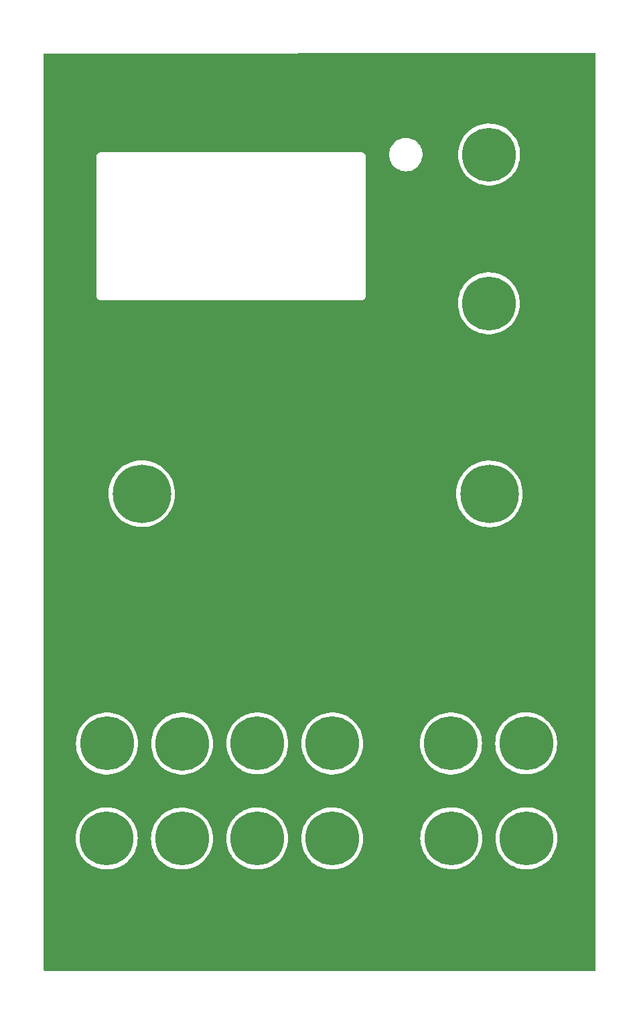
<source format=gbr>
%TF.GenerationSoftware,KiCad,Pcbnew,(6.0.7)*%
%TF.CreationDate,2022-08-19T14:00:51+02:00*%
%TF.ProjectId,faceplate,66616365-706c-4617-9465-2e6b69636164,rev?*%
%TF.SameCoordinates,Original*%
%TF.FileFunction,Copper,L1,Top*%
%TF.FilePolarity,Positive*%
%FSLAX46Y46*%
G04 Gerber Fmt 4.6, Leading zero omitted, Abs format (unit mm)*
G04 Created by KiCad (PCBNEW (6.0.7)) date 2022-08-19 14:00:51*
%MOMM*%
%LPD*%
G01*
G04 APERTURE LIST*
%TA.AperFunction,ConnectorPad*%
%ADD10C,6.400000*%
%TD*%
%TA.AperFunction,ComponentPad*%
%ADD11C,6.800000*%
%TD*%
%TA.AperFunction,ConnectorPad*%
%ADD12C,7.400000*%
%TD*%
%TA.AperFunction,ComponentPad*%
%ADD13C,7.200000*%
%TD*%
G04 APERTURE END LIST*
D10*
%TO.P,REF\u002A\u002A,1*%
%TO.N,N/C*%
X124580000Y-132280000D03*
D11*
X124580000Y-132280000D03*
%TD*%
D10*
%TO.P,REF\u002A\u002A,1*%
%TO.N,N/C*%
X115070000Y-132270000D03*
D11*
X115070000Y-132270000D03*
%TD*%
D10*
%TO.P,REF\u002A\u002A,1*%
%TO.N,N/C*%
X124540000Y-120280000D03*
D11*
X124540000Y-120280000D03*
%TD*%
D10*
%TO.P,REF\u002A\u002A,1*%
%TO.N,N/C*%
X115050000Y-120300000D03*
D11*
X115050000Y-120300000D03*
%TD*%
D10*
%TO.P,REF\u002A\u002A,1*%
%TO.N,N/C*%
X71530000Y-132300000D03*
D11*
X71530000Y-132300000D03*
%TD*%
D10*
%TO.P,REF\u002A\u002A,1*%
%TO.N,N/C*%
X90540000Y-132290000D03*
D11*
X90540000Y-132290000D03*
%TD*%
%TO.P,REF\u002A\u002A,1*%
%TO.N,N/C*%
X100020000Y-132300000D03*
D10*
X100020000Y-132300000D03*
%TD*%
%TO.P,REF\u002A\u002A,1*%
%TO.N,N/C*%
X81030000Y-132310000D03*
D11*
X81030000Y-132310000D03*
%TD*%
D10*
%TO.P,REF\u002A\u002A,1*%
%TO.N,N/C*%
X100040000Y-120300000D03*
D11*
X100040000Y-120300000D03*
%TD*%
D10*
%TO.P,REF\u002A\u002A,1*%
%TO.N,N/C*%
X90560000Y-120290000D03*
D11*
X90560000Y-120290000D03*
%TD*%
D10*
%TO.P,REF\u002A\u002A,1*%
%TO.N,N/C*%
X81050000Y-120310000D03*
D11*
X81050000Y-120310000D03*
%TD*%
D10*
%TO.P,REF\u002A\u002A,1*%
%TO.N,N/C*%
X71550000Y-120300000D03*
D11*
X71550000Y-120300000D03*
%TD*%
D10*
%TO.P,REF\u002A\u002A,1*%
%TO.N,N/C*%
X119830000Y-64690000D03*
D11*
X119830000Y-64690000D03*
%TD*%
D10*
%TO.P,REF\u002A\u002A,1*%
%TO.N,N/C*%
X119860000Y-45900000D03*
D11*
X119860000Y-45900000D03*
%TD*%
D12*
%TO.P,GND,1*%
%TO.N,N/C*%
X75950000Y-88740000D03*
D13*
X75950000Y-88740000D03*
%TD*%
D12*
%TO.P,GND,1*%
%TO.N,N/C*%
X119890000Y-88770000D03*
D13*
X119890000Y-88770000D03*
%TD*%
%TA.AperFunction,NonConductor*%
G36*
X133263453Y-33040802D02*
G01*
X133310022Y-33094392D01*
X133321482Y-33146896D01*
X133321482Y-148933565D01*
X133301480Y-149001686D01*
X133247824Y-149048179D01*
X133195393Y-149059565D01*
X63684411Y-149010399D01*
X63616304Y-148990349D01*
X63569849Y-148936660D01*
X63558500Y-148884399D01*
X63558500Y-132286339D01*
X67616501Y-132286339D01*
X67616651Y-132289520D01*
X67634533Y-132668701D01*
X67635155Y-132681893D01*
X67693686Y-133073537D01*
X67694472Y-133076619D01*
X67694472Y-133076621D01*
X67695433Y-133080389D01*
X67791496Y-133457260D01*
X67808333Y-133503269D01*
X67923924Y-133819135D01*
X67927583Y-133829135D01*
X68100554Y-134185354D01*
X68127081Y-134228305D01*
X68290109Y-134492270D01*
X68308637Y-134522270D01*
X68418773Y-134665802D01*
X68543814Y-134828758D01*
X68549702Y-134836432D01*
X68551884Y-134838748D01*
X68551893Y-134838758D01*
X68790820Y-135092300D01*
X68821282Y-135124625D01*
X68823687Y-135126709D01*
X68823693Y-135126714D01*
X68867772Y-135164896D01*
X69120595Y-135383898D01*
X69444576Y-135611596D01*
X69485909Y-135634791D01*
X69786398Y-135803418D01*
X69789910Y-135805389D01*
X69792824Y-135806656D01*
X69792828Y-135806658D01*
X69811236Y-135814662D01*
X70153060Y-135963291D01*
X70332788Y-136020650D01*
X70527263Y-136082715D01*
X70527271Y-136082717D01*
X70530307Y-136083686D01*
X70626453Y-136103947D01*
X70914671Y-136164684D01*
X70914676Y-136164685D01*
X70917790Y-136165341D01*
X71311541Y-136207421D01*
X71314728Y-136207438D01*
X71314734Y-136207438D01*
X71494648Y-136208380D01*
X71707529Y-136209494D01*
X71832913Y-136197421D01*
X72098515Y-136171847D01*
X72098523Y-136171846D01*
X72101699Y-136171540D01*
X72490016Y-136093947D01*
X72832956Y-135988445D01*
X72865462Y-135978445D01*
X72865465Y-135978444D01*
X72868504Y-135977509D01*
X72871432Y-135976272D01*
X72871438Y-135976270D01*
X73035773Y-135906851D01*
X73233287Y-135823418D01*
X73236090Y-135821884D01*
X73236095Y-135821881D01*
X73559556Y-135644791D01*
X73580631Y-135633253D01*
X73906979Y-135408960D01*
X73918771Y-135398960D01*
X74206561Y-135154896D01*
X74206563Y-135154894D01*
X74208991Y-135152835D01*
X74211196Y-135150543D01*
X74211202Y-135150538D01*
X74323187Y-135034168D01*
X74483573Y-134867502D01*
X74727915Y-134555881D01*
X74735941Y-134543186D01*
X74937806Y-134223866D01*
X74939515Y-134221163D01*
X75116207Y-133866775D01*
X75256180Y-133496346D01*
X75262321Y-133473269D01*
X75357182Y-133116752D01*
X75358003Y-133113667D01*
X75360110Y-133100517D01*
X75396031Y-132876254D01*
X75420633Y-132722658D01*
X75421394Y-132709472D01*
X75430649Y-132548955D01*
X75443428Y-132327321D01*
X75443523Y-132300000D01*
X75443388Y-132297321D01*
X75443338Y-132296339D01*
X77116501Y-132296339D01*
X77116651Y-132299520D01*
X77134533Y-132678701D01*
X77135155Y-132691893D01*
X77193686Y-133083537D01*
X77194472Y-133086619D01*
X77194472Y-133086621D01*
X77282063Y-133430251D01*
X77291496Y-133467260D01*
X77388051Y-133731109D01*
X77425630Y-133833797D01*
X77427583Y-133839135D01*
X77600554Y-134195354D01*
X77720161Y-134389015D01*
X77806238Y-134528385D01*
X77808637Y-134532270D01*
X77828676Y-134558385D01*
X78043814Y-134838758D01*
X78049702Y-134846432D01*
X78051884Y-134848748D01*
X78051893Y-134848758D01*
X78281397Y-135092300D01*
X78321282Y-135134625D01*
X78323687Y-135136709D01*
X78323693Y-135136714D01*
X78572011Y-135351813D01*
X78620595Y-135393898D01*
X78944576Y-135621596D01*
X78985909Y-135644791D01*
X79286398Y-135813418D01*
X79289910Y-135815389D01*
X79292824Y-135816656D01*
X79292828Y-135816658D01*
X79308375Y-135823418D01*
X79653060Y-135973291D01*
X79832788Y-136030650D01*
X80027263Y-136092715D01*
X80027271Y-136092717D01*
X80030307Y-136093686D01*
X80081965Y-136104572D01*
X80414671Y-136174684D01*
X80414676Y-136174685D01*
X80417790Y-136175341D01*
X80811541Y-136217421D01*
X80814728Y-136217438D01*
X80814734Y-136217438D01*
X80994648Y-136218380D01*
X81207529Y-136219494D01*
X81332913Y-136207421D01*
X81598515Y-136181847D01*
X81598523Y-136181846D01*
X81601699Y-136181540D01*
X81990016Y-136103947D01*
X82281054Y-136014412D01*
X82365462Y-135988445D01*
X82365465Y-135988444D01*
X82368504Y-135987509D01*
X82371432Y-135986272D01*
X82371438Y-135986270D01*
X82535773Y-135916851D01*
X82733287Y-135833418D01*
X82736090Y-135831884D01*
X82736095Y-135831881D01*
X82885623Y-135750017D01*
X83080631Y-135643253D01*
X83406979Y-135418960D01*
X83418771Y-135408960D01*
X83706561Y-135164896D01*
X83706563Y-135164894D01*
X83708991Y-135162835D01*
X83711196Y-135160543D01*
X83711202Y-135160538D01*
X83823187Y-135044168D01*
X83983573Y-134877502D01*
X84227915Y-134565881D01*
X84235941Y-134553186D01*
X84437806Y-134233866D01*
X84439515Y-134231163D01*
X84616207Y-133876775D01*
X84756180Y-133506346D01*
X84762321Y-133483269D01*
X84857182Y-133126752D01*
X84858003Y-133123667D01*
X84860110Y-133110517D01*
X84920128Y-132735809D01*
X84920633Y-132732658D01*
X84921394Y-132719472D01*
X84943330Y-132339014D01*
X84943428Y-132337321D01*
X84943523Y-132310000D01*
X84943388Y-132307321D01*
X84941819Y-132276339D01*
X86626501Y-132276339D01*
X86626651Y-132279520D01*
X86644533Y-132658701D01*
X86645155Y-132671893D01*
X86703686Y-133063537D01*
X86704472Y-133066619D01*
X86704472Y-133066621D01*
X86707982Y-133080389D01*
X86801496Y-133447260D01*
X86824207Y-133509321D01*
X86933924Y-133809135D01*
X86937583Y-133819135D01*
X87110554Y-134175354D01*
X87318637Y-134512270D01*
X87357706Y-134563186D01*
X87553814Y-134818758D01*
X87559702Y-134826432D01*
X87561884Y-134828748D01*
X87561893Y-134828758D01*
X87609998Y-134879805D01*
X87831282Y-135114625D01*
X87833687Y-135116709D01*
X87833693Y-135116714D01*
X87877772Y-135154896D01*
X88130595Y-135373898D01*
X88454576Y-135601596D01*
X88627243Y-135698493D01*
X88796398Y-135793418D01*
X88799910Y-135795389D01*
X88802824Y-135796656D01*
X88802828Y-135796658D01*
X88821236Y-135804662D01*
X89163060Y-135953291D01*
X89273212Y-135988445D01*
X89537263Y-136072715D01*
X89537271Y-136072717D01*
X89540307Y-136073686D01*
X89635214Y-136093686D01*
X89924671Y-136154684D01*
X89924676Y-136154685D01*
X89927790Y-136155341D01*
X90321541Y-136197421D01*
X90324728Y-136197438D01*
X90324734Y-136197438D01*
X90504648Y-136198380D01*
X90717529Y-136199494D01*
X90842913Y-136187421D01*
X91108515Y-136161847D01*
X91108523Y-136161846D01*
X91111699Y-136161540D01*
X91500016Y-136083947D01*
X91791054Y-135994412D01*
X91875462Y-135968445D01*
X91875465Y-135968444D01*
X91878504Y-135967509D01*
X91881432Y-135966272D01*
X91881438Y-135966270D01*
X92045773Y-135896851D01*
X92243287Y-135813418D01*
X92246090Y-135811884D01*
X92246095Y-135811881D01*
X92395623Y-135730017D01*
X92590631Y-135623253D01*
X92916979Y-135398960D01*
X92922948Y-135393898D01*
X93216561Y-135144896D01*
X93216563Y-135144894D01*
X93218991Y-135142835D01*
X93221196Y-135140543D01*
X93221202Y-135140538D01*
X93472110Y-134879805D01*
X93493573Y-134857502D01*
X93737915Y-134545881D01*
X93744919Y-134534803D01*
X93935163Y-134233866D01*
X93949515Y-134211163D01*
X94126207Y-133856775D01*
X94216918Y-133616715D01*
X94265056Y-133489321D01*
X94265057Y-133489318D01*
X94266180Y-133486346D01*
X94271259Y-133467260D01*
X94332479Y-133237175D01*
X94368003Y-133103667D01*
X94370110Y-133090517D01*
X94427940Y-132729472D01*
X94430633Y-132712658D01*
X94431394Y-132699472D01*
X94452177Y-132339014D01*
X94453428Y-132317321D01*
X94453454Y-132310000D01*
X94453494Y-132298316D01*
X94453523Y-132290000D01*
X94453338Y-132286339D01*
X96106501Y-132286339D01*
X96106651Y-132289520D01*
X96124533Y-132668701D01*
X96125155Y-132681893D01*
X96183686Y-133073537D01*
X96184472Y-133076619D01*
X96184472Y-133076621D01*
X96185433Y-133080389D01*
X96281496Y-133457260D01*
X96298333Y-133503269D01*
X96413924Y-133819135D01*
X96417583Y-133829135D01*
X96590554Y-134185354D01*
X96617081Y-134228305D01*
X96780109Y-134492270D01*
X96798637Y-134522270D01*
X96908773Y-134665802D01*
X97033814Y-134828758D01*
X97039702Y-134836432D01*
X97041884Y-134838748D01*
X97041893Y-134838758D01*
X97280820Y-135092300D01*
X97311282Y-135124625D01*
X97313687Y-135126709D01*
X97313693Y-135126714D01*
X97357772Y-135164896D01*
X97610595Y-135383898D01*
X97934576Y-135611596D01*
X97975909Y-135634791D01*
X98276398Y-135803418D01*
X98279910Y-135805389D01*
X98282824Y-135806656D01*
X98282828Y-135806658D01*
X98301236Y-135814662D01*
X98643060Y-135963291D01*
X98822788Y-136020650D01*
X99017263Y-136082715D01*
X99017271Y-136082717D01*
X99020307Y-136083686D01*
X99116453Y-136103947D01*
X99404671Y-136164684D01*
X99404676Y-136164685D01*
X99407790Y-136165341D01*
X99801541Y-136207421D01*
X99804728Y-136207438D01*
X99804734Y-136207438D01*
X99984648Y-136208380D01*
X100197529Y-136209494D01*
X100322913Y-136197421D01*
X100588515Y-136171847D01*
X100588523Y-136171846D01*
X100591699Y-136171540D01*
X100980016Y-136093947D01*
X101322956Y-135988445D01*
X101355462Y-135978445D01*
X101355465Y-135978444D01*
X101358504Y-135977509D01*
X101361432Y-135976272D01*
X101361438Y-135976270D01*
X101525773Y-135906851D01*
X101723287Y-135823418D01*
X101726090Y-135821884D01*
X101726095Y-135821881D01*
X102049556Y-135644791D01*
X102070631Y-135633253D01*
X102396979Y-135408960D01*
X102408771Y-135398960D01*
X102696561Y-135154896D01*
X102696563Y-135154894D01*
X102698991Y-135152835D01*
X102701196Y-135150543D01*
X102701202Y-135150538D01*
X102813187Y-135034168D01*
X102973573Y-134867502D01*
X103217915Y-134555881D01*
X103225941Y-134543186D01*
X103427806Y-134223866D01*
X103429515Y-134221163D01*
X103606207Y-133866775D01*
X103746180Y-133496346D01*
X103752321Y-133473269D01*
X103847182Y-133116752D01*
X103848003Y-133113667D01*
X103850110Y-133100517D01*
X103886031Y-132876254D01*
X103910633Y-132722658D01*
X103911394Y-132709472D01*
X103920649Y-132548955D01*
X103933428Y-132327321D01*
X103933523Y-132300000D01*
X103933388Y-132297321D01*
X103931312Y-132256339D01*
X111156501Y-132256339D01*
X111156651Y-132259520D01*
X111158514Y-132299014D01*
X111175155Y-132651893D01*
X111233686Y-133043537D01*
X111234472Y-133046619D01*
X111234472Y-133046621D01*
X111240531Y-133070389D01*
X111331496Y-133427260D01*
X111467583Y-133799135D01*
X111640554Y-134155354D01*
X111848637Y-134492270D01*
X112089702Y-134806432D01*
X112091884Y-134808748D01*
X112091893Y-134808758D01*
X112158845Y-134879805D01*
X112361282Y-135094625D01*
X112363687Y-135096709D01*
X112363693Y-135096714D01*
X112442405Y-135164896D01*
X112660595Y-135353898D01*
X112984576Y-135581596D01*
X113329910Y-135775389D01*
X113332824Y-135776656D01*
X113332828Y-135776658D01*
X113352908Y-135785389D01*
X113693060Y-135933291D01*
X113821442Y-135974263D01*
X114067263Y-136052715D01*
X114067271Y-136052717D01*
X114070307Y-136053686D01*
X114165214Y-136073686D01*
X114454671Y-136134684D01*
X114454676Y-136134685D01*
X114457790Y-136135341D01*
X114851541Y-136177421D01*
X114854728Y-136177438D01*
X114854734Y-136177438D01*
X115034648Y-136178380D01*
X115247529Y-136179494D01*
X115353621Y-136169279D01*
X115638515Y-136141847D01*
X115638523Y-136141846D01*
X115641699Y-136141540D01*
X116030016Y-136063947D01*
X116328836Y-135972018D01*
X116405462Y-135948445D01*
X116405465Y-135948444D01*
X116408504Y-135947509D01*
X116411432Y-135946272D01*
X116411438Y-135946270D01*
X116678594Y-135833418D01*
X116773287Y-135793418D01*
X116776090Y-135791884D01*
X116776095Y-135791881D01*
X117050879Y-135641441D01*
X117120631Y-135603253D01*
X117446979Y-135378960D01*
X117452948Y-135373898D01*
X117746561Y-135124896D01*
X117746563Y-135124894D01*
X117748991Y-135122835D01*
X117751196Y-135120543D01*
X117751202Y-135120538D01*
X117863187Y-135004168D01*
X118023573Y-134837502D01*
X118267915Y-134525881D01*
X118274919Y-134514803D01*
X118460550Y-134221163D01*
X118479515Y-134191163D01*
X118656207Y-133836775D01*
X118786007Y-133493269D01*
X118795056Y-133469321D01*
X118795057Y-133469318D01*
X118796180Y-133466346D01*
X118801259Y-133447260D01*
X118890859Y-133110517D01*
X118898003Y-133083667D01*
X118898529Y-133080389D01*
X118957940Y-132709472D01*
X118960633Y-132692658D01*
X118961831Y-132671893D01*
X118981024Y-132339014D01*
X118983428Y-132297321D01*
X118983443Y-132293164D01*
X118983517Y-132271697D01*
X118983523Y-132270000D01*
X118983338Y-132266339D01*
X120666501Y-132266339D01*
X120666651Y-132269520D01*
X120684533Y-132648701D01*
X120685155Y-132661893D01*
X120743686Y-133053537D01*
X120744472Y-133056619D01*
X120744472Y-133056621D01*
X120750531Y-133080389D01*
X120841496Y-133437260D01*
X120864207Y-133499321D01*
X120973924Y-133799135D01*
X120977583Y-133809135D01*
X121150554Y-134165354D01*
X121358637Y-134502270D01*
X121409369Y-134568385D01*
X121593814Y-134808758D01*
X121599702Y-134816432D01*
X121601884Y-134818748D01*
X121601893Y-134818758D01*
X121859667Y-135092300D01*
X121871282Y-135104625D01*
X121873687Y-135106709D01*
X121873693Y-135106714D01*
X122156644Y-135351813D01*
X122170595Y-135363898D01*
X122494576Y-135591596D01*
X122589368Y-135644791D01*
X122824352Y-135776658D01*
X122839910Y-135785389D01*
X122842824Y-135786656D01*
X122842828Y-135786658D01*
X122861236Y-135794662D01*
X123203060Y-135943291D01*
X123313212Y-135978445D01*
X123577263Y-136062715D01*
X123577271Y-136062717D01*
X123580307Y-136063686D01*
X123675214Y-136083686D01*
X123964671Y-136144684D01*
X123964676Y-136144685D01*
X123967790Y-136145341D01*
X124361541Y-136187421D01*
X124364728Y-136187438D01*
X124364734Y-136187438D01*
X124544648Y-136188380D01*
X124757529Y-136189494D01*
X124882913Y-136177421D01*
X125148515Y-136151847D01*
X125148523Y-136151846D01*
X125151699Y-136151540D01*
X125540016Y-136073947D01*
X125831054Y-135984412D01*
X125915462Y-135958445D01*
X125915465Y-135958444D01*
X125918504Y-135957509D01*
X125921432Y-135956272D01*
X125921438Y-135956270D01*
X126212267Y-135833418D01*
X126283287Y-135803418D01*
X126286090Y-135801884D01*
X126286095Y-135801881D01*
X126435623Y-135720017D01*
X126630631Y-135613253D01*
X126956979Y-135388960D01*
X126962948Y-135383898D01*
X127256561Y-135134896D01*
X127256563Y-135134894D01*
X127258991Y-135132835D01*
X127261196Y-135130543D01*
X127261202Y-135130538D01*
X127504703Y-134877502D01*
X127533573Y-134847502D01*
X127777915Y-134535881D01*
X127784919Y-134524803D01*
X127970550Y-134231163D01*
X127989515Y-134201163D01*
X128166207Y-133846775D01*
X128296007Y-133503269D01*
X128305056Y-133479321D01*
X128305057Y-133479318D01*
X128306180Y-133476346D01*
X128311259Y-133457260D01*
X128400859Y-133120517D01*
X128408003Y-133093667D01*
X128410110Y-133080517D01*
X128467940Y-132719472D01*
X128470633Y-132702658D01*
X128471394Y-132689472D01*
X128480649Y-132528955D01*
X128493428Y-132307321D01*
X128493454Y-132300000D01*
X128493517Y-132281697D01*
X128493523Y-132280000D01*
X128493103Y-132271697D01*
X128473650Y-131887687D01*
X128473649Y-131887682D01*
X128473489Y-131884514D01*
X128443898Y-131691138D01*
X128414074Y-131496237D01*
X128414072Y-131496228D01*
X128413590Y-131493077D01*
X128319625Y-131129741D01*
X128315238Y-131112777D01*
X128315235Y-131112769D01*
X128314441Y-131109697D01*
X128313321Y-131106668D01*
X128178166Y-130741296D01*
X128178163Y-130741290D01*
X128177057Y-130738299D01*
X128012642Y-130402686D01*
X128004255Y-130385566D01*
X128004254Y-130385564D01*
X128002844Y-130382686D01*
X127999956Y-130378045D01*
X127879319Y-130184235D01*
X127793586Y-130046499D01*
X127711353Y-129940102D01*
X127553378Y-129735705D01*
X127553373Y-129735700D01*
X127551426Y-129733180D01*
X127307311Y-129475937D01*
X127281041Y-129448254D01*
X127281038Y-129448252D01*
X127278842Y-129445937D01*
X127011385Y-129215887D01*
X126981041Y-129189787D01*
X126981038Y-129189785D01*
X126978626Y-129187710D01*
X126653851Y-128961144D01*
X126359479Y-128797299D01*
X126310628Y-128770109D01*
X126310626Y-128770108D01*
X126307843Y-128768559D01*
X126304923Y-128767301D01*
X126304918Y-128767299D01*
X125947078Y-128613188D01*
X125947075Y-128613187D01*
X125944145Y-128611925D01*
X125566479Y-128492848D01*
X125278414Y-128433192D01*
X125181839Y-128413192D01*
X125181836Y-128413192D01*
X125178714Y-128412545D01*
X124874783Y-128381137D01*
X124787974Y-128372166D01*
X124787971Y-128372166D01*
X124784818Y-128371840D01*
X124781652Y-128371834D01*
X124781643Y-128371834D01*
X124586080Y-128371493D01*
X124388825Y-128371149D01*
X123994790Y-128410479D01*
X123991655Y-128411117D01*
X123991654Y-128411117D01*
X123634359Y-128483810D01*
X123606746Y-128489428D01*
X123228668Y-128607186D01*
X122864424Y-128762549D01*
X122517746Y-128953925D01*
X122192183Y-129179356D01*
X121943577Y-129391685D01*
X121902776Y-129426533D01*
X121891067Y-129436533D01*
X121888867Y-129438835D01*
X121888864Y-129438838D01*
X121851197Y-129478254D01*
X121617482Y-129722823D01*
X121615525Y-129725336D01*
X121615524Y-129725338D01*
X121379907Y-130028003D01*
X121374230Y-130035295D01*
X121372534Y-130037999D01*
X121372531Y-130038003D01*
X121346683Y-130079208D01*
X121163799Y-130370750D01*
X120988346Y-130725753D01*
X120987232Y-130728734D01*
X120987231Y-130728735D01*
X120985676Y-130732894D01*
X120849666Y-131096668D01*
X120749180Y-131479700D01*
X120748687Y-131482849D01*
X120748685Y-131482858D01*
X120701747Y-131782605D01*
X120687916Y-131870925D01*
X120687745Y-131874091D01*
X120687744Y-131874096D01*
X120685555Y-131914514D01*
X120666501Y-132266339D01*
X118983338Y-132266339D01*
X118965516Y-131914514D01*
X118963650Y-131877687D01*
X118963649Y-131877682D01*
X118963489Y-131874514D01*
X118933898Y-131681138D01*
X118904074Y-131486237D01*
X118904072Y-131486228D01*
X118903590Y-131483077D01*
X118881324Y-131396979D01*
X118805238Y-131102777D01*
X118805235Y-131102769D01*
X118804441Y-131099697D01*
X118803321Y-131096668D01*
X118668166Y-130731296D01*
X118668163Y-130731290D01*
X118667057Y-130728299D01*
X118502642Y-130392686D01*
X118494255Y-130375566D01*
X118494254Y-130375564D01*
X118492844Y-130372686D01*
X118489956Y-130368045D01*
X118306913Y-130073975D01*
X118283586Y-130036499D01*
X118074293Y-129765705D01*
X118043378Y-129725705D01*
X118043373Y-129725700D01*
X118041426Y-129723180D01*
X118029408Y-129710516D01*
X117771041Y-129438254D01*
X117771038Y-129438252D01*
X117768842Y-129435937D01*
X117501385Y-129205887D01*
X117471041Y-129179787D01*
X117471038Y-129179785D01*
X117468626Y-129177710D01*
X117143851Y-128951144D01*
X116849479Y-128787299D01*
X116800628Y-128760109D01*
X116800626Y-128760108D01*
X116797843Y-128758559D01*
X116794923Y-128757301D01*
X116794918Y-128757299D01*
X116437078Y-128603188D01*
X116437075Y-128603187D01*
X116434145Y-128601925D01*
X116056479Y-128482848D01*
X115768414Y-128423192D01*
X115671839Y-128403192D01*
X115671836Y-128403192D01*
X115668714Y-128402545D01*
X115364783Y-128371137D01*
X115277974Y-128362166D01*
X115277971Y-128362166D01*
X115274818Y-128361840D01*
X115271652Y-128361834D01*
X115271643Y-128361834D01*
X115076080Y-128361493D01*
X114878825Y-128361149D01*
X114484790Y-128400479D01*
X114481655Y-128401117D01*
X114481654Y-128401117D01*
X114289743Y-128440162D01*
X114096746Y-128479428D01*
X113718668Y-128597186D01*
X113354424Y-128752549D01*
X113007746Y-128943925D01*
X112682183Y-129169356D01*
X112381067Y-129426533D01*
X112378867Y-129428835D01*
X112378864Y-129428838D01*
X112342842Y-129466533D01*
X112107482Y-129712823D01*
X112105525Y-129715336D01*
X112105524Y-129715338D01*
X112066315Y-129765705D01*
X111864230Y-130025295D01*
X111862534Y-130027999D01*
X111862531Y-130028003D01*
X111837439Y-130068003D01*
X111653799Y-130360750D01*
X111478346Y-130715753D01*
X111477232Y-130718734D01*
X111477231Y-130718735D01*
X111462439Y-130758299D01*
X111339666Y-131086668D01*
X111239180Y-131469700D01*
X111238687Y-131472849D01*
X111238685Y-131472858D01*
X111191747Y-131772605D01*
X111177916Y-131860925D01*
X111177745Y-131864091D01*
X111177744Y-131864096D01*
X111174842Y-131917687D01*
X111156501Y-132256339D01*
X103931312Y-132256339D01*
X103913650Y-131907687D01*
X103913649Y-131907682D01*
X103913489Y-131904514D01*
X103855604Y-131526237D01*
X103854074Y-131516237D01*
X103854072Y-131516228D01*
X103853590Y-131513077D01*
X103757824Y-131142777D01*
X103755238Y-131132777D01*
X103755235Y-131132769D01*
X103754441Y-131129697D01*
X103753321Y-131126668D01*
X103618166Y-130761296D01*
X103618163Y-130761290D01*
X103617057Y-130758299D01*
X103447743Y-130412686D01*
X103444255Y-130405566D01*
X103444254Y-130405564D01*
X103442844Y-130402686D01*
X103439956Y-130398045D01*
X103319319Y-130204235D01*
X103233586Y-130066499D01*
X103151353Y-129960102D01*
X102993378Y-129755705D01*
X102993373Y-129755700D01*
X102991426Y-129753180D01*
X102950939Y-129710516D01*
X102721041Y-129468254D01*
X102721038Y-129468252D01*
X102718842Y-129465937D01*
X102428133Y-129215887D01*
X102421041Y-129209787D01*
X102421038Y-129209785D01*
X102418626Y-129207710D01*
X102093851Y-128981144D01*
X101763546Y-128797299D01*
X101750628Y-128790109D01*
X101750626Y-128790108D01*
X101747843Y-128788559D01*
X101744923Y-128787301D01*
X101744918Y-128787299D01*
X101387078Y-128633188D01*
X101387075Y-128633187D01*
X101384145Y-128631925D01*
X101006479Y-128512848D01*
X100665423Y-128442218D01*
X100621839Y-128433192D01*
X100621836Y-128433192D01*
X100618714Y-128432545D01*
X100305349Y-128400162D01*
X100227974Y-128392166D01*
X100227971Y-128392166D01*
X100224818Y-128391840D01*
X100221652Y-128391834D01*
X100221643Y-128391834D01*
X100026080Y-128391493D01*
X99828825Y-128391149D01*
X99434790Y-128430479D01*
X99431655Y-128431117D01*
X99431654Y-128431117D01*
X99074359Y-128503810D01*
X99046746Y-128509428D01*
X98668668Y-128627186D01*
X98304424Y-128782549D01*
X97957746Y-128973925D01*
X97632183Y-129199356D01*
X97383577Y-129411685D01*
X97342776Y-129446533D01*
X97331067Y-129456533D01*
X97328867Y-129458835D01*
X97328864Y-129458838D01*
X97312524Y-129475937D01*
X97057482Y-129742823D01*
X97055525Y-129745336D01*
X97055524Y-129745338D01*
X96818969Y-130049208D01*
X96814230Y-130055295D01*
X96812534Y-130057999D01*
X96812531Y-130058003D01*
X96799229Y-130079208D01*
X96603799Y-130390750D01*
X96428346Y-130745753D01*
X96427232Y-130748734D01*
X96427231Y-130748735D01*
X96425676Y-130752894D01*
X96289666Y-131116668D01*
X96189180Y-131499700D01*
X96188687Y-131502849D01*
X96188685Y-131502858D01*
X96187085Y-131513077D01*
X96127916Y-131890925D01*
X96127745Y-131894091D01*
X96127744Y-131894096D01*
X96109861Y-132224300D01*
X96106501Y-132286339D01*
X94453338Y-132286339D01*
X94453103Y-132281697D01*
X94433650Y-131897687D01*
X94433649Y-131897682D01*
X94433489Y-131894514D01*
X94377134Y-131526237D01*
X94374074Y-131506237D01*
X94374072Y-131506228D01*
X94373590Y-131503077D01*
X94280410Y-131142777D01*
X94275238Y-131122777D01*
X94275235Y-131122769D01*
X94274441Y-131119697D01*
X94273321Y-131116668D01*
X94138166Y-130751296D01*
X94138163Y-130751290D01*
X94137057Y-130748299D01*
X93966795Y-130400750D01*
X93964255Y-130395566D01*
X93964254Y-130395564D01*
X93962844Y-130392686D01*
X93959956Y-130388045D01*
X93764464Y-130073975D01*
X93753586Y-130056499D01*
X93671353Y-129950102D01*
X93513378Y-129745705D01*
X93513373Y-129745700D01*
X93511426Y-129743180D01*
X93260020Y-129478254D01*
X93241041Y-129458254D01*
X93241038Y-129458252D01*
X93238842Y-129455937D01*
X92959759Y-129215887D01*
X92941041Y-129199787D01*
X92941038Y-129199785D01*
X92938626Y-129197710D01*
X92613851Y-128971144D01*
X92292978Y-128792549D01*
X92270628Y-128780109D01*
X92270626Y-128780108D01*
X92267843Y-128778559D01*
X92264923Y-128777301D01*
X92264918Y-128777299D01*
X91907078Y-128623188D01*
X91907075Y-128623187D01*
X91904145Y-128621925D01*
X91526479Y-128502848D01*
X91238414Y-128443192D01*
X91141839Y-128423192D01*
X91141836Y-128423192D01*
X91138714Y-128422545D01*
X90834783Y-128391137D01*
X90747974Y-128382166D01*
X90747971Y-128382166D01*
X90744818Y-128381840D01*
X90741652Y-128381834D01*
X90741643Y-128381834D01*
X90546080Y-128381493D01*
X90348825Y-128381149D01*
X89954790Y-128420479D01*
X89951655Y-128421117D01*
X89951654Y-128421117D01*
X89594359Y-128493810D01*
X89566746Y-128499428D01*
X89188668Y-128617186D01*
X88824424Y-128772549D01*
X88477746Y-128963925D01*
X88152183Y-129189356D01*
X87903577Y-129401685D01*
X87862776Y-129436533D01*
X87851067Y-129446533D01*
X87848867Y-129448835D01*
X87848864Y-129448838D01*
X87732060Y-129571067D01*
X87577482Y-129732823D01*
X87575525Y-129735336D01*
X87575524Y-129735338D01*
X87338969Y-130039208D01*
X87334230Y-130045295D01*
X87332534Y-130047999D01*
X87332531Y-130048003D01*
X87312956Y-130079208D01*
X87123799Y-130380750D01*
X86948346Y-130735753D01*
X86947232Y-130738734D01*
X86947231Y-130738735D01*
X86945676Y-130742894D01*
X86809666Y-131106668D01*
X86709180Y-131489700D01*
X86708687Y-131492849D01*
X86708685Y-131492858D01*
X86705519Y-131513077D01*
X86647916Y-131880925D01*
X86647745Y-131884091D01*
X86647744Y-131884096D01*
X86646267Y-131911367D01*
X86626501Y-132276339D01*
X84941819Y-132276339D01*
X84923650Y-131917687D01*
X84923649Y-131917682D01*
X84923489Y-131914514D01*
X84863590Y-131523077D01*
X84764441Y-131139697D01*
X84763336Y-131136709D01*
X84628166Y-130771296D01*
X84628163Y-130771290D01*
X84627057Y-130768299D01*
X84452844Y-130412686D01*
X84447196Y-130403611D01*
X84245272Y-130079208D01*
X84243586Y-130076499D01*
X84001426Y-129763180D01*
X83970429Y-129730516D01*
X83731041Y-129478254D01*
X83731038Y-129478252D01*
X83728842Y-129475937D01*
X83679914Y-129433852D01*
X83431041Y-129219787D01*
X83431038Y-129219785D01*
X83428626Y-129217710D01*
X83103851Y-128991144D01*
X82757843Y-128798559D01*
X82754923Y-128797301D01*
X82754918Y-128797299D01*
X82397078Y-128643188D01*
X82397075Y-128643187D01*
X82394145Y-128641925D01*
X82016479Y-128522848D01*
X81741004Y-128465799D01*
X81631839Y-128443192D01*
X81631836Y-128443192D01*
X81628714Y-128442545D01*
X81315349Y-128410162D01*
X81237974Y-128402166D01*
X81237971Y-128402166D01*
X81234818Y-128401840D01*
X81231652Y-128401834D01*
X81231643Y-128401834D01*
X81036080Y-128401493D01*
X80838825Y-128401149D01*
X80444790Y-128440479D01*
X80441655Y-128441117D01*
X80441654Y-128441117D01*
X80084359Y-128513810D01*
X80056746Y-128519428D01*
X79678668Y-128637186D01*
X79314424Y-128792549D01*
X78967746Y-128983925D01*
X78642183Y-129209356D01*
X78393577Y-129421685D01*
X78352776Y-129456533D01*
X78341067Y-129466533D01*
X78067482Y-129752823D01*
X78065525Y-129755336D01*
X78065524Y-129755338D01*
X77828969Y-130059208D01*
X77824230Y-130065295D01*
X77822534Y-130067999D01*
X77822531Y-130068003D01*
X77815502Y-130079208D01*
X77613799Y-130400750D01*
X77438346Y-130755753D01*
X77437232Y-130758734D01*
X77437231Y-130758735D01*
X77434730Y-130765424D01*
X77299666Y-131126668D01*
X77199180Y-131509700D01*
X77198687Y-131512849D01*
X77198685Y-131512858D01*
X77197085Y-131523077D01*
X77137916Y-131900925D01*
X77137745Y-131904091D01*
X77137744Y-131904096D01*
X77137550Y-131907687D01*
X77116501Y-132296339D01*
X75443338Y-132296339D01*
X75423650Y-131907687D01*
X75423649Y-131907682D01*
X75423489Y-131904514D01*
X75365604Y-131526237D01*
X75364074Y-131516237D01*
X75364072Y-131516228D01*
X75363590Y-131513077D01*
X75267824Y-131142777D01*
X75265238Y-131132777D01*
X75265235Y-131132769D01*
X75264441Y-131129697D01*
X75263321Y-131126668D01*
X75128166Y-130761296D01*
X75128163Y-130761290D01*
X75127057Y-130758299D01*
X74957743Y-130412686D01*
X74954255Y-130405566D01*
X74954254Y-130405564D01*
X74952844Y-130402686D01*
X74949956Y-130398045D01*
X74829319Y-130204235D01*
X74743586Y-130066499D01*
X74661353Y-129960102D01*
X74503378Y-129755705D01*
X74503373Y-129755700D01*
X74501426Y-129753180D01*
X74460939Y-129710516D01*
X74231041Y-129468254D01*
X74231038Y-129468252D01*
X74228842Y-129465937D01*
X73938133Y-129215887D01*
X73931041Y-129209787D01*
X73931038Y-129209785D01*
X73928626Y-129207710D01*
X73603851Y-128981144D01*
X73273546Y-128797299D01*
X73260628Y-128790109D01*
X73260626Y-128790108D01*
X73257843Y-128788559D01*
X73254923Y-128787301D01*
X73254918Y-128787299D01*
X72897078Y-128633188D01*
X72897075Y-128633187D01*
X72894145Y-128631925D01*
X72516479Y-128512848D01*
X72175423Y-128442218D01*
X72131839Y-128433192D01*
X72131836Y-128433192D01*
X72128714Y-128432545D01*
X71815349Y-128400162D01*
X71737974Y-128392166D01*
X71737971Y-128392166D01*
X71734818Y-128391840D01*
X71731652Y-128391834D01*
X71731643Y-128391834D01*
X71536080Y-128391493D01*
X71338825Y-128391149D01*
X70944790Y-128430479D01*
X70941655Y-128431117D01*
X70941654Y-128431117D01*
X70584359Y-128503810D01*
X70556746Y-128509428D01*
X70178668Y-128627186D01*
X69814424Y-128782549D01*
X69467746Y-128973925D01*
X69142183Y-129199356D01*
X68893577Y-129411685D01*
X68852776Y-129446533D01*
X68841067Y-129456533D01*
X68838867Y-129458835D01*
X68838864Y-129458838D01*
X68822524Y-129475937D01*
X68567482Y-129742823D01*
X68565525Y-129745336D01*
X68565524Y-129745338D01*
X68328969Y-130049208D01*
X68324230Y-130055295D01*
X68322534Y-130057999D01*
X68322531Y-130058003D01*
X68309229Y-130079208D01*
X68113799Y-130390750D01*
X67938346Y-130745753D01*
X67937232Y-130748734D01*
X67937231Y-130748735D01*
X67935676Y-130752894D01*
X67799666Y-131116668D01*
X67699180Y-131499700D01*
X67698687Y-131502849D01*
X67698685Y-131502858D01*
X67697085Y-131513077D01*
X67637916Y-131890925D01*
X67637745Y-131894091D01*
X67637744Y-131894096D01*
X67619861Y-132224300D01*
X67616501Y-132286339D01*
X63558500Y-132286339D01*
X63558500Y-120286339D01*
X67636501Y-120286339D01*
X67636651Y-120289520D01*
X67654533Y-120668701D01*
X67655155Y-120681893D01*
X67713686Y-121073537D01*
X67714472Y-121076619D01*
X67714472Y-121076621D01*
X67715433Y-121080389D01*
X67811496Y-121457260D01*
X67828333Y-121503269D01*
X67943924Y-121819135D01*
X67947583Y-121829135D01*
X68120554Y-122185354D01*
X68328637Y-122522270D01*
X68438773Y-122665802D01*
X68563814Y-122828758D01*
X68569702Y-122836432D01*
X68571884Y-122838748D01*
X68571893Y-122838758D01*
X68820244Y-123102300D01*
X68841282Y-123124625D01*
X68843687Y-123126709D01*
X68843693Y-123126714D01*
X68887772Y-123164896D01*
X69140595Y-123383898D01*
X69464576Y-123611596D01*
X69505909Y-123634791D01*
X69806398Y-123803418D01*
X69809910Y-123805389D01*
X69812824Y-123806656D01*
X69812828Y-123806658D01*
X69831236Y-123814662D01*
X70173060Y-123963291D01*
X70352788Y-124020650D01*
X70547263Y-124082715D01*
X70547271Y-124082717D01*
X70550307Y-124083686D01*
X70646453Y-124103947D01*
X70934671Y-124164684D01*
X70934676Y-124164685D01*
X70937790Y-124165341D01*
X71331541Y-124207421D01*
X71334728Y-124207438D01*
X71334734Y-124207438D01*
X71514648Y-124208380D01*
X71727529Y-124209494D01*
X71852913Y-124197421D01*
X72118515Y-124171847D01*
X72118523Y-124171846D01*
X72121699Y-124171540D01*
X72510016Y-124093947D01*
X72852956Y-123988445D01*
X72885462Y-123978445D01*
X72885465Y-123978444D01*
X72888504Y-123977509D01*
X72891432Y-123976272D01*
X72891438Y-123976270D01*
X73055773Y-123906851D01*
X73253287Y-123823418D01*
X73256090Y-123821884D01*
X73256095Y-123821881D01*
X73579556Y-123644791D01*
X73600631Y-123633253D01*
X73926979Y-123408960D01*
X73938771Y-123398960D01*
X74226561Y-123154896D01*
X74226563Y-123154894D01*
X74228991Y-123152835D01*
X74231196Y-123150543D01*
X74231202Y-123150538D01*
X74343187Y-123034168D01*
X74503573Y-122867502D01*
X74747915Y-122555881D01*
X74755941Y-122543186D01*
X74957806Y-122223866D01*
X74959515Y-122221163D01*
X75136207Y-121866775D01*
X75276180Y-121496346D01*
X75282321Y-121473269D01*
X75377182Y-121116752D01*
X75378003Y-121113667D01*
X75380110Y-121100517D01*
X75416031Y-120876254D01*
X75440633Y-120722658D01*
X75441394Y-120709472D01*
X75450649Y-120548956D01*
X75463428Y-120327321D01*
X75463523Y-120300000D01*
X75463338Y-120296339D01*
X77136501Y-120296339D01*
X77136651Y-120299520D01*
X77154533Y-120678701D01*
X77155155Y-120691893D01*
X77213686Y-121083537D01*
X77311496Y-121467260D01*
X77408051Y-121731109D01*
X77443924Y-121829135D01*
X77447583Y-121839135D01*
X77620554Y-122195354D01*
X77740161Y-122389015D01*
X77810109Y-122502270D01*
X77828637Y-122532270D01*
X77848676Y-122558385D01*
X78063814Y-122838758D01*
X78069702Y-122846432D01*
X78071884Y-122848748D01*
X78071893Y-122848758D01*
X78310820Y-123102300D01*
X78341282Y-123134625D01*
X78343687Y-123136709D01*
X78343693Y-123136714D01*
X78603555Y-123361813D01*
X78640595Y-123393898D01*
X78964576Y-123621596D01*
X79005909Y-123644791D01*
X79306398Y-123813418D01*
X79309910Y-123815389D01*
X79312824Y-123816656D01*
X79312828Y-123816658D01*
X79328375Y-123823418D01*
X79673060Y-123973291D01*
X79852788Y-124030650D01*
X80047263Y-124092715D01*
X80047271Y-124092717D01*
X80050307Y-124093686D01*
X80101965Y-124104572D01*
X80434671Y-124174684D01*
X80434676Y-124174685D01*
X80437790Y-124175341D01*
X80831541Y-124217421D01*
X80834728Y-124217438D01*
X80834734Y-124217438D01*
X81014648Y-124218380D01*
X81227529Y-124219494D01*
X81352913Y-124207421D01*
X81618515Y-124181847D01*
X81618523Y-124181846D01*
X81621699Y-124181540D01*
X82010016Y-124103947D01*
X82301054Y-124014412D01*
X82385462Y-123988445D01*
X82385465Y-123988444D01*
X82388504Y-123987509D01*
X82391432Y-123986272D01*
X82391438Y-123986270D01*
X82555773Y-123916851D01*
X82753287Y-123833418D01*
X82756090Y-123831884D01*
X82756095Y-123831881D01*
X82905623Y-123750017D01*
X83100631Y-123643253D01*
X83426979Y-123418960D01*
X83438771Y-123408960D01*
X83726561Y-123164896D01*
X83726563Y-123164894D01*
X83728991Y-123162835D01*
X83731196Y-123160543D01*
X83731202Y-123160538D01*
X83843187Y-123044168D01*
X84003573Y-122877502D01*
X84247915Y-122565881D01*
X84255941Y-122553186D01*
X84457806Y-122233866D01*
X84459515Y-122231163D01*
X84636207Y-121876775D01*
X84776180Y-121506346D01*
X84782321Y-121483269D01*
X84877182Y-121126752D01*
X84878003Y-121123667D01*
X84880110Y-121110517D01*
X84940128Y-120735809D01*
X84940633Y-120732658D01*
X84941394Y-120719472D01*
X84963330Y-120339014D01*
X84963428Y-120337321D01*
X84963523Y-120310000D01*
X84963388Y-120307321D01*
X84961819Y-120276339D01*
X86646501Y-120276339D01*
X86646651Y-120279520D01*
X86664533Y-120658701D01*
X86665155Y-120671893D01*
X86723686Y-121063537D01*
X86724472Y-121066619D01*
X86724472Y-121066621D01*
X86727982Y-121080389D01*
X86821496Y-121447260D01*
X86844207Y-121509321D01*
X86953924Y-121809135D01*
X86957583Y-121819135D01*
X87130554Y-122175354D01*
X87338637Y-122512270D01*
X87377706Y-122563186D01*
X87573814Y-122818758D01*
X87579702Y-122826432D01*
X87581884Y-122828748D01*
X87581893Y-122828758D01*
X87629998Y-122879805D01*
X87851282Y-123114625D01*
X87853687Y-123116709D01*
X87853693Y-123116714D01*
X87897772Y-123154896D01*
X88150595Y-123373898D01*
X88474576Y-123601596D01*
X88647243Y-123698493D01*
X88804352Y-123786658D01*
X88819910Y-123795389D01*
X88822824Y-123796656D01*
X88822828Y-123796658D01*
X88841236Y-123804662D01*
X89183060Y-123953291D01*
X89293212Y-123988445D01*
X89557263Y-124072715D01*
X89557271Y-124072717D01*
X89560307Y-124073686D01*
X89655214Y-124093686D01*
X89944671Y-124154684D01*
X89944676Y-124154685D01*
X89947790Y-124155341D01*
X90341541Y-124197421D01*
X90344728Y-124197438D01*
X90344734Y-124197438D01*
X90524648Y-124198380D01*
X90737529Y-124199494D01*
X90862913Y-124187421D01*
X91128515Y-124161847D01*
X91128523Y-124161846D01*
X91131699Y-124161540D01*
X91520016Y-124083947D01*
X91811054Y-123994412D01*
X91895462Y-123968445D01*
X91895465Y-123968444D01*
X91898504Y-123967509D01*
X91901432Y-123966272D01*
X91901438Y-123966270D01*
X92065773Y-123896851D01*
X92263287Y-123813418D01*
X92266090Y-123811884D01*
X92266095Y-123811881D01*
X92415623Y-123730017D01*
X92610631Y-123623253D01*
X92936979Y-123398960D01*
X92942948Y-123393898D01*
X93236561Y-123144896D01*
X93236563Y-123144894D01*
X93238991Y-123142835D01*
X93241196Y-123140543D01*
X93241202Y-123140538D01*
X93492110Y-122879805D01*
X93513573Y-122857502D01*
X93757915Y-122545881D01*
X93764919Y-122534803D01*
X93955163Y-122233866D01*
X93969515Y-122211163D01*
X94146207Y-121856775D01*
X94236918Y-121616715D01*
X94285056Y-121489321D01*
X94285057Y-121489318D01*
X94286180Y-121486346D01*
X94291259Y-121467260D01*
X94352479Y-121237175D01*
X94388003Y-121103667D01*
X94390110Y-121090517D01*
X94447940Y-120729472D01*
X94450633Y-120712658D01*
X94451394Y-120699472D01*
X94472177Y-120339014D01*
X94473428Y-120317321D01*
X94473454Y-120310000D01*
X94473517Y-120291697D01*
X94473523Y-120290000D01*
X94473338Y-120286339D01*
X96126501Y-120286339D01*
X96126651Y-120289520D01*
X96144533Y-120668701D01*
X96145155Y-120681893D01*
X96203686Y-121073537D01*
X96204472Y-121076619D01*
X96204472Y-121076621D01*
X96205433Y-121080389D01*
X96301496Y-121457260D01*
X96318333Y-121503269D01*
X96433924Y-121819135D01*
X96437583Y-121829135D01*
X96610554Y-122185354D01*
X96818637Y-122522270D01*
X96928773Y-122665802D01*
X97053814Y-122828758D01*
X97059702Y-122836432D01*
X97061884Y-122838748D01*
X97061893Y-122838758D01*
X97310244Y-123102300D01*
X97331282Y-123124625D01*
X97333687Y-123126709D01*
X97333693Y-123126714D01*
X97377772Y-123164896D01*
X97630595Y-123383898D01*
X97954576Y-123611596D01*
X97995909Y-123634791D01*
X98296398Y-123803418D01*
X98299910Y-123805389D01*
X98302824Y-123806656D01*
X98302828Y-123806658D01*
X98321236Y-123814662D01*
X98663060Y-123963291D01*
X98842788Y-124020650D01*
X99037263Y-124082715D01*
X99037271Y-124082717D01*
X99040307Y-124083686D01*
X99136453Y-124103947D01*
X99424671Y-124164684D01*
X99424676Y-124164685D01*
X99427790Y-124165341D01*
X99821541Y-124207421D01*
X99824728Y-124207438D01*
X99824734Y-124207438D01*
X100004648Y-124208380D01*
X100217529Y-124209494D01*
X100342913Y-124197421D01*
X100608515Y-124171847D01*
X100608523Y-124171846D01*
X100611699Y-124171540D01*
X101000016Y-124093947D01*
X101342956Y-123988445D01*
X101375462Y-123978445D01*
X101375465Y-123978444D01*
X101378504Y-123977509D01*
X101381432Y-123976272D01*
X101381438Y-123976270D01*
X101545773Y-123906851D01*
X101743287Y-123823418D01*
X101746090Y-123821884D01*
X101746095Y-123821881D01*
X102069556Y-123644791D01*
X102090631Y-123633253D01*
X102416979Y-123408960D01*
X102428771Y-123398960D01*
X102716561Y-123154896D01*
X102716563Y-123154894D01*
X102718991Y-123152835D01*
X102721196Y-123150543D01*
X102721202Y-123150538D01*
X102833187Y-123034168D01*
X102993573Y-122867502D01*
X103237915Y-122555881D01*
X103245941Y-122543186D01*
X103447806Y-122223866D01*
X103449515Y-122221163D01*
X103626207Y-121866775D01*
X103766180Y-121496346D01*
X103772321Y-121473269D01*
X103867182Y-121116752D01*
X103868003Y-121113667D01*
X103870110Y-121100517D01*
X103906031Y-120876254D01*
X103930633Y-120722658D01*
X103931394Y-120709472D01*
X103940649Y-120548956D01*
X103953428Y-120327321D01*
X103953523Y-120300000D01*
X103953103Y-120291697D01*
X103952832Y-120286339D01*
X111136501Y-120286339D01*
X111136651Y-120289520D01*
X111154533Y-120668701D01*
X111155155Y-120681893D01*
X111213686Y-121073537D01*
X111214472Y-121076619D01*
X111214472Y-121076621D01*
X111215433Y-121080389D01*
X111311496Y-121457260D01*
X111328333Y-121503269D01*
X111443924Y-121819135D01*
X111447583Y-121829135D01*
X111620554Y-122185354D01*
X111828637Y-122522270D01*
X111938773Y-122665802D01*
X112063814Y-122828758D01*
X112069702Y-122836432D01*
X112071884Y-122838748D01*
X112071893Y-122838758D01*
X112320244Y-123102300D01*
X112341282Y-123124625D01*
X112343687Y-123126709D01*
X112343693Y-123126714D01*
X112387772Y-123164896D01*
X112640595Y-123383898D01*
X112964576Y-123611596D01*
X113005909Y-123634791D01*
X113306398Y-123803418D01*
X113309910Y-123805389D01*
X113312824Y-123806656D01*
X113312828Y-123806658D01*
X113331236Y-123814662D01*
X113673060Y-123963291D01*
X113852788Y-124020650D01*
X114047263Y-124082715D01*
X114047271Y-124082717D01*
X114050307Y-124083686D01*
X114146453Y-124103947D01*
X114434671Y-124164684D01*
X114434676Y-124164685D01*
X114437790Y-124165341D01*
X114831541Y-124207421D01*
X114834728Y-124207438D01*
X114834734Y-124207438D01*
X115014648Y-124208380D01*
X115227529Y-124209494D01*
X115352913Y-124197421D01*
X115618515Y-124171847D01*
X115618523Y-124171846D01*
X115621699Y-124171540D01*
X116010016Y-124093947D01*
X116352956Y-123988445D01*
X116385462Y-123978445D01*
X116385465Y-123978444D01*
X116388504Y-123977509D01*
X116391432Y-123976272D01*
X116391438Y-123976270D01*
X116555773Y-123906851D01*
X116753287Y-123823418D01*
X116756090Y-123821884D01*
X116756095Y-123821881D01*
X117079556Y-123644791D01*
X117100631Y-123633253D01*
X117426979Y-123408960D01*
X117438771Y-123398960D01*
X117726561Y-123154896D01*
X117726563Y-123154894D01*
X117728991Y-123152835D01*
X117731196Y-123150543D01*
X117731202Y-123150538D01*
X117843187Y-123034168D01*
X118003573Y-122867502D01*
X118247915Y-122555881D01*
X118255941Y-122543186D01*
X118457806Y-122223866D01*
X118459515Y-122221163D01*
X118636207Y-121866775D01*
X118776180Y-121496346D01*
X118782321Y-121473269D01*
X118877182Y-121116752D01*
X118878003Y-121113667D01*
X118880110Y-121100517D01*
X118916031Y-120876254D01*
X118940633Y-120722658D01*
X118941394Y-120709472D01*
X118950649Y-120548956D01*
X118963428Y-120327321D01*
X118963523Y-120300000D01*
X118963103Y-120291697D01*
X118961818Y-120266339D01*
X120626501Y-120266339D01*
X120626651Y-120269520D01*
X120628514Y-120309014D01*
X120645155Y-120661893D01*
X120703686Y-121053537D01*
X120704472Y-121056619D01*
X120704472Y-121056621D01*
X120710531Y-121080389D01*
X120801496Y-121437260D01*
X120937583Y-121809135D01*
X121110554Y-122165354D01*
X121318637Y-122502270D01*
X121559702Y-122816432D01*
X121561884Y-122818748D01*
X121561893Y-122818758D01*
X121829091Y-123102300D01*
X121831282Y-123104625D01*
X121833687Y-123106709D01*
X121833693Y-123106714D01*
X122128188Y-123361813D01*
X122130595Y-123363898D01*
X122454576Y-123591596D01*
X122799910Y-123785389D01*
X122802824Y-123786656D01*
X122802828Y-123786658D01*
X122822908Y-123795389D01*
X123163060Y-123943291D01*
X123273212Y-123978445D01*
X123537263Y-124062715D01*
X123537271Y-124062717D01*
X123540307Y-124063686D01*
X123635214Y-124083686D01*
X123924671Y-124144684D01*
X123924676Y-124144685D01*
X123927790Y-124145341D01*
X124321541Y-124187421D01*
X124324728Y-124187438D01*
X124324734Y-124187438D01*
X124504648Y-124188380D01*
X124717529Y-124189494D01*
X124823621Y-124179279D01*
X125108515Y-124151847D01*
X125108523Y-124151846D01*
X125111699Y-124151540D01*
X125500016Y-124073947D01*
X125791054Y-123984412D01*
X125875462Y-123958445D01*
X125875465Y-123958444D01*
X125878504Y-123957509D01*
X125881432Y-123956272D01*
X125881438Y-123956270D01*
X126172267Y-123833418D01*
X126243287Y-123803418D01*
X126246090Y-123801884D01*
X126246095Y-123801881D01*
X126395623Y-123720017D01*
X126590631Y-123613253D01*
X126916979Y-123388960D01*
X126922948Y-123383898D01*
X127216561Y-123134896D01*
X127216563Y-123134894D01*
X127218991Y-123132835D01*
X127221196Y-123130543D01*
X127221202Y-123130538D01*
X127464703Y-122877502D01*
X127493573Y-122847502D01*
X127737915Y-122535881D01*
X127744919Y-122524803D01*
X127930550Y-122231163D01*
X127949515Y-122201163D01*
X128126207Y-121846775D01*
X128256007Y-121503269D01*
X128265056Y-121479321D01*
X128265057Y-121479318D01*
X128266180Y-121476346D01*
X128271259Y-121457260D01*
X128360859Y-121120517D01*
X128368003Y-121093667D01*
X128370734Y-121076621D01*
X128427940Y-120719472D01*
X128430633Y-120702658D01*
X128431831Y-120681893D01*
X128440649Y-120528956D01*
X128453428Y-120307321D01*
X128453454Y-120300000D01*
X128453517Y-120281697D01*
X128453523Y-120280000D01*
X128435170Y-119917687D01*
X128433650Y-119887687D01*
X128433649Y-119887682D01*
X128433489Y-119884514D01*
X128403898Y-119691138D01*
X128374074Y-119496237D01*
X128374072Y-119496228D01*
X128373590Y-119493077D01*
X128279625Y-119129741D01*
X128275238Y-119112777D01*
X128275235Y-119112769D01*
X128274441Y-119109697D01*
X128273321Y-119106668D01*
X128138166Y-118741296D01*
X128138163Y-118741290D01*
X128137057Y-118738299D01*
X127972642Y-118402686D01*
X127964255Y-118385566D01*
X127964254Y-118385564D01*
X127962844Y-118382686D01*
X127959956Y-118378045D01*
X127839319Y-118184235D01*
X127753586Y-118046499D01*
X127671353Y-117940102D01*
X127513378Y-117735705D01*
X127513373Y-117735700D01*
X127511426Y-117733180D01*
X127267311Y-117475937D01*
X127241041Y-117448254D01*
X127241038Y-117448252D01*
X127238842Y-117445937D01*
X126971385Y-117215887D01*
X126941041Y-117189787D01*
X126941038Y-117189785D01*
X126938626Y-117187710D01*
X126613851Y-116961144D01*
X126319479Y-116797299D01*
X126270628Y-116770109D01*
X126270626Y-116770108D01*
X126267843Y-116768559D01*
X126264923Y-116767301D01*
X126264918Y-116767299D01*
X125907078Y-116613188D01*
X125907075Y-116613187D01*
X125904145Y-116611925D01*
X125526479Y-116492848D01*
X125238414Y-116433192D01*
X125141839Y-116413192D01*
X125141836Y-116413192D01*
X125138714Y-116412545D01*
X124834783Y-116381137D01*
X124747974Y-116372166D01*
X124747971Y-116372166D01*
X124744818Y-116371840D01*
X124741652Y-116371834D01*
X124741643Y-116371834D01*
X124546080Y-116371493D01*
X124348825Y-116371149D01*
X123954790Y-116410479D01*
X123951655Y-116411117D01*
X123951654Y-116411117D01*
X123569867Y-116488793D01*
X123566746Y-116489428D01*
X123188668Y-116607186D01*
X122824424Y-116762549D01*
X122477746Y-116953925D01*
X122152183Y-117179356D01*
X121851067Y-117436533D01*
X121848867Y-117438835D01*
X121848864Y-117438838D01*
X121811197Y-117478254D01*
X121577482Y-117722823D01*
X121575525Y-117725336D01*
X121575524Y-117725338D01*
X121555650Y-117750868D01*
X121334230Y-118035295D01*
X121332534Y-118037999D01*
X121332531Y-118038003D01*
X121306683Y-118079208D01*
X121123799Y-118370750D01*
X120948346Y-118725753D01*
X120809666Y-119096668D01*
X120709180Y-119479700D01*
X120708687Y-119482849D01*
X120708685Y-119482858D01*
X120661747Y-119782605D01*
X120647916Y-119870925D01*
X120647745Y-119874091D01*
X120647744Y-119874096D01*
X120645555Y-119914514D01*
X120626501Y-120266339D01*
X118961818Y-120266339D01*
X118943650Y-119907687D01*
X118943649Y-119907682D01*
X118943489Y-119904514D01*
X118885604Y-119526237D01*
X118884074Y-119516237D01*
X118884072Y-119516228D01*
X118883590Y-119513077D01*
X118787824Y-119142777D01*
X118785238Y-119132777D01*
X118785235Y-119132769D01*
X118784441Y-119129697D01*
X118783321Y-119126668D01*
X118648166Y-118761296D01*
X118648163Y-118761290D01*
X118647057Y-118758299D01*
X118477743Y-118412686D01*
X118474255Y-118405566D01*
X118474254Y-118405564D01*
X118472844Y-118402686D01*
X118469956Y-118398045D01*
X118349319Y-118204235D01*
X118263586Y-118066499D01*
X118181353Y-117960102D01*
X118023378Y-117755705D01*
X118023373Y-117755700D01*
X118021426Y-117753180D01*
X117990429Y-117720516D01*
X117751041Y-117468254D01*
X117751038Y-117468252D01*
X117748842Y-117465937D01*
X117458133Y-117215887D01*
X117451041Y-117209787D01*
X117451038Y-117209785D01*
X117448626Y-117207710D01*
X117123851Y-116981144D01*
X116793546Y-116797299D01*
X116780628Y-116790109D01*
X116780626Y-116790108D01*
X116777843Y-116788559D01*
X116774923Y-116787301D01*
X116774918Y-116787299D01*
X116417078Y-116633188D01*
X116417075Y-116633187D01*
X116414145Y-116631925D01*
X116036479Y-116512848D01*
X115695423Y-116442218D01*
X115651839Y-116433192D01*
X115651836Y-116433192D01*
X115648714Y-116432545D01*
X115344783Y-116401137D01*
X115257974Y-116392166D01*
X115257971Y-116392166D01*
X115254818Y-116391840D01*
X115251652Y-116391834D01*
X115251643Y-116391834D01*
X115056080Y-116391493D01*
X114858825Y-116391149D01*
X114464790Y-116430479D01*
X114461655Y-116431117D01*
X114461654Y-116431117D01*
X114104359Y-116503810D01*
X114076746Y-116509428D01*
X113698668Y-116627186D01*
X113334424Y-116782549D01*
X112987746Y-116973925D01*
X112662183Y-117199356D01*
X112413577Y-117411685D01*
X112372776Y-117446533D01*
X112361067Y-117456533D01*
X112358867Y-117458835D01*
X112358864Y-117458838D01*
X112342524Y-117475937D01*
X112087482Y-117742823D01*
X112085525Y-117745336D01*
X112085524Y-117745338D01*
X111848969Y-118049208D01*
X111844230Y-118055295D01*
X111842534Y-118057999D01*
X111842531Y-118058003D01*
X111829229Y-118079208D01*
X111633799Y-118390750D01*
X111458346Y-118745753D01*
X111457232Y-118748734D01*
X111457231Y-118748735D01*
X111455676Y-118752894D01*
X111319666Y-119116668D01*
X111219180Y-119499700D01*
X111218687Y-119502849D01*
X111218685Y-119502858D01*
X111217085Y-119513077D01*
X111157916Y-119890925D01*
X111157745Y-119894091D01*
X111157744Y-119894096D01*
X111139861Y-120224300D01*
X111136501Y-120286339D01*
X103952832Y-120286339D01*
X103933650Y-119907687D01*
X103933649Y-119907682D01*
X103933489Y-119904514D01*
X103875604Y-119526237D01*
X103874074Y-119516237D01*
X103874072Y-119516228D01*
X103873590Y-119513077D01*
X103777824Y-119142777D01*
X103775238Y-119132777D01*
X103775235Y-119132769D01*
X103774441Y-119129697D01*
X103773321Y-119126668D01*
X103638166Y-118761296D01*
X103638163Y-118761290D01*
X103637057Y-118758299D01*
X103467743Y-118412686D01*
X103464255Y-118405566D01*
X103464254Y-118405564D01*
X103462844Y-118402686D01*
X103459956Y-118398045D01*
X103339319Y-118204235D01*
X103253586Y-118066499D01*
X103171353Y-117960102D01*
X103013378Y-117755705D01*
X103013373Y-117755700D01*
X103011426Y-117753180D01*
X102980429Y-117720516D01*
X102741041Y-117468254D01*
X102741038Y-117468252D01*
X102738842Y-117465937D01*
X102448133Y-117215887D01*
X102441041Y-117209787D01*
X102441038Y-117209785D01*
X102438626Y-117207710D01*
X102113851Y-116981144D01*
X101783546Y-116797299D01*
X101770628Y-116790109D01*
X101770626Y-116790108D01*
X101767843Y-116788559D01*
X101764923Y-116787301D01*
X101764918Y-116787299D01*
X101407078Y-116633188D01*
X101407075Y-116633187D01*
X101404145Y-116631925D01*
X101026479Y-116512848D01*
X100685423Y-116442218D01*
X100641839Y-116433192D01*
X100641836Y-116433192D01*
X100638714Y-116432545D01*
X100334783Y-116401137D01*
X100247974Y-116392166D01*
X100247971Y-116392166D01*
X100244818Y-116391840D01*
X100241652Y-116391834D01*
X100241643Y-116391834D01*
X100046080Y-116391493D01*
X99848825Y-116391149D01*
X99454790Y-116430479D01*
X99451655Y-116431117D01*
X99451654Y-116431117D01*
X99094359Y-116503810D01*
X99066746Y-116509428D01*
X98688668Y-116627186D01*
X98324424Y-116782549D01*
X97977746Y-116973925D01*
X97652183Y-117199356D01*
X97403577Y-117411685D01*
X97362776Y-117446533D01*
X97351067Y-117456533D01*
X97348867Y-117458835D01*
X97348864Y-117458838D01*
X97332524Y-117475937D01*
X97077482Y-117742823D01*
X97075525Y-117745336D01*
X97075524Y-117745338D01*
X96838969Y-118049208D01*
X96834230Y-118055295D01*
X96832534Y-118057999D01*
X96832531Y-118058003D01*
X96819229Y-118079208D01*
X96623799Y-118390750D01*
X96448346Y-118745753D01*
X96447232Y-118748734D01*
X96447231Y-118748735D01*
X96445676Y-118752894D01*
X96309666Y-119116668D01*
X96209180Y-119499700D01*
X96208687Y-119502849D01*
X96208685Y-119502858D01*
X96207085Y-119513077D01*
X96147916Y-119890925D01*
X96147745Y-119894091D01*
X96147744Y-119894096D01*
X96129861Y-120224300D01*
X96126501Y-120286339D01*
X94473338Y-120286339D01*
X94473103Y-120281697D01*
X94453650Y-119897687D01*
X94453649Y-119897682D01*
X94453489Y-119894514D01*
X94397134Y-119526237D01*
X94394074Y-119506237D01*
X94394072Y-119506228D01*
X94393590Y-119503077D01*
X94300410Y-119142777D01*
X94295238Y-119122777D01*
X94295235Y-119122769D01*
X94294441Y-119119697D01*
X94293321Y-119116668D01*
X94158166Y-118751296D01*
X94158163Y-118751290D01*
X94157057Y-118748299D01*
X93986795Y-118400750D01*
X93984255Y-118395566D01*
X93984254Y-118395564D01*
X93982844Y-118392686D01*
X93979956Y-118388045D01*
X93784464Y-118073975D01*
X93773586Y-118056499D01*
X93691353Y-117950102D01*
X93533378Y-117745705D01*
X93533373Y-117745700D01*
X93531426Y-117743180D01*
X93280020Y-117478254D01*
X93261041Y-117458254D01*
X93261038Y-117458252D01*
X93258842Y-117455937D01*
X92979759Y-117215887D01*
X92961041Y-117199787D01*
X92961038Y-117199785D01*
X92958626Y-117197710D01*
X92633851Y-116971144D01*
X92312978Y-116792549D01*
X92290628Y-116780109D01*
X92290626Y-116780108D01*
X92287843Y-116778559D01*
X92284923Y-116777301D01*
X92284918Y-116777299D01*
X91927078Y-116623188D01*
X91927075Y-116623187D01*
X91924145Y-116621925D01*
X91546479Y-116502848D01*
X91258414Y-116443192D01*
X91161839Y-116423192D01*
X91161836Y-116423192D01*
X91158714Y-116422545D01*
X90854783Y-116391137D01*
X90767974Y-116382166D01*
X90767971Y-116382166D01*
X90764818Y-116381840D01*
X90761652Y-116381834D01*
X90761643Y-116381834D01*
X90566080Y-116381493D01*
X90368825Y-116381149D01*
X89974790Y-116420479D01*
X89971655Y-116421117D01*
X89971654Y-116421117D01*
X89614359Y-116493810D01*
X89586746Y-116499428D01*
X89208668Y-116617186D01*
X88844424Y-116772549D01*
X88497746Y-116963925D01*
X88172183Y-117189356D01*
X87923577Y-117401685D01*
X87882776Y-117436533D01*
X87871067Y-117446533D01*
X87868867Y-117448835D01*
X87868864Y-117448838D01*
X87752060Y-117571067D01*
X87597482Y-117732823D01*
X87595525Y-117735336D01*
X87595524Y-117735338D01*
X87359907Y-118038003D01*
X87354230Y-118045295D01*
X87352534Y-118047999D01*
X87352531Y-118048003D01*
X87332956Y-118079208D01*
X87143799Y-118380750D01*
X86968346Y-118735753D01*
X86967232Y-118738734D01*
X86967231Y-118738735D01*
X86965676Y-118742894D01*
X86829666Y-119106668D01*
X86729180Y-119489700D01*
X86728687Y-119492849D01*
X86728685Y-119492858D01*
X86725519Y-119513077D01*
X86667916Y-119880925D01*
X86667745Y-119884091D01*
X86667744Y-119884096D01*
X86666267Y-119911367D01*
X86646501Y-120276339D01*
X84961819Y-120276339D01*
X84943650Y-119917687D01*
X84943649Y-119917682D01*
X84943489Y-119914514D01*
X84883590Y-119523077D01*
X84784441Y-119139697D01*
X84783336Y-119136709D01*
X84648166Y-118771296D01*
X84648163Y-118771290D01*
X84647057Y-118768299D01*
X84472844Y-118412686D01*
X84467196Y-118403611D01*
X84265272Y-118079208D01*
X84263586Y-118076499D01*
X84021426Y-117763180D01*
X83748842Y-117475937D01*
X83448626Y-117217710D01*
X83123851Y-116991144D01*
X82777843Y-116798559D01*
X82774923Y-116797301D01*
X82774918Y-116797299D01*
X82417078Y-116643188D01*
X82417075Y-116643187D01*
X82414145Y-116641925D01*
X82036479Y-116522848D01*
X81761004Y-116465799D01*
X81651839Y-116443192D01*
X81651836Y-116443192D01*
X81648714Y-116442545D01*
X81335349Y-116410162D01*
X81257974Y-116402166D01*
X81257971Y-116402166D01*
X81254818Y-116401840D01*
X81251652Y-116401834D01*
X81251643Y-116401834D01*
X81056080Y-116401493D01*
X80858825Y-116401149D01*
X80464790Y-116440479D01*
X80461655Y-116441117D01*
X80461654Y-116441117D01*
X80104359Y-116513810D01*
X80076746Y-116519428D01*
X79698668Y-116637186D01*
X79334424Y-116792549D01*
X78987746Y-116983925D01*
X78662183Y-117209356D01*
X78413577Y-117421685D01*
X78372776Y-117456533D01*
X78361067Y-117466533D01*
X78087482Y-117752823D01*
X78085525Y-117755336D01*
X78085524Y-117755338D01*
X77848969Y-118059208D01*
X77844230Y-118065295D01*
X77842534Y-118067999D01*
X77842531Y-118068003D01*
X77835502Y-118079208D01*
X77633799Y-118400750D01*
X77458346Y-118755753D01*
X77457232Y-118758734D01*
X77457231Y-118758735D01*
X77454730Y-118765424D01*
X77319666Y-119126668D01*
X77219180Y-119509700D01*
X77218687Y-119512849D01*
X77218685Y-119512858D01*
X77217085Y-119523077D01*
X77157916Y-119900925D01*
X77157745Y-119904091D01*
X77157744Y-119904096D01*
X77157550Y-119907687D01*
X77136501Y-120296339D01*
X75463338Y-120296339D01*
X75463103Y-120291697D01*
X75443650Y-119907687D01*
X75443649Y-119907682D01*
X75443489Y-119904514D01*
X75385604Y-119526237D01*
X75384074Y-119516237D01*
X75384072Y-119516228D01*
X75383590Y-119513077D01*
X75287824Y-119142777D01*
X75285238Y-119132777D01*
X75285235Y-119132769D01*
X75284441Y-119129697D01*
X75283321Y-119126668D01*
X75148166Y-118761296D01*
X75148163Y-118761290D01*
X75147057Y-118758299D01*
X74977743Y-118412686D01*
X74974255Y-118405566D01*
X74974254Y-118405564D01*
X74972844Y-118402686D01*
X74969956Y-118398045D01*
X74849319Y-118204235D01*
X74763586Y-118066499D01*
X74681353Y-117960102D01*
X74523378Y-117755705D01*
X74523373Y-117755700D01*
X74521426Y-117753180D01*
X74490429Y-117720516D01*
X74251041Y-117468254D01*
X74251038Y-117468252D01*
X74248842Y-117465937D01*
X73958133Y-117215887D01*
X73951041Y-117209787D01*
X73951038Y-117209785D01*
X73948626Y-117207710D01*
X73623851Y-116981144D01*
X73293546Y-116797299D01*
X73280628Y-116790109D01*
X73280626Y-116790108D01*
X73277843Y-116788559D01*
X73274923Y-116787301D01*
X73274918Y-116787299D01*
X72917078Y-116633188D01*
X72917075Y-116633187D01*
X72914145Y-116631925D01*
X72536479Y-116512848D01*
X72195423Y-116442218D01*
X72151839Y-116433192D01*
X72151836Y-116433192D01*
X72148714Y-116432545D01*
X71844783Y-116401137D01*
X71757974Y-116392166D01*
X71757971Y-116392166D01*
X71754818Y-116391840D01*
X71751652Y-116391834D01*
X71751643Y-116391834D01*
X71556080Y-116391493D01*
X71358825Y-116391149D01*
X70964790Y-116430479D01*
X70961655Y-116431117D01*
X70961654Y-116431117D01*
X70604359Y-116503810D01*
X70576746Y-116509428D01*
X70198668Y-116627186D01*
X69834424Y-116782549D01*
X69487746Y-116973925D01*
X69162183Y-117199356D01*
X68913577Y-117411685D01*
X68872776Y-117446533D01*
X68861067Y-117456533D01*
X68858867Y-117458835D01*
X68858864Y-117458838D01*
X68842524Y-117475937D01*
X68587482Y-117742823D01*
X68585525Y-117745336D01*
X68585524Y-117745338D01*
X68348969Y-118049208D01*
X68344230Y-118055295D01*
X68342534Y-118057999D01*
X68342531Y-118058003D01*
X68329229Y-118079208D01*
X68133799Y-118390750D01*
X67958346Y-118745753D01*
X67957232Y-118748734D01*
X67957231Y-118748735D01*
X67955676Y-118752894D01*
X67819666Y-119116668D01*
X67719180Y-119499700D01*
X67718687Y-119502849D01*
X67718685Y-119502858D01*
X67717085Y-119513077D01*
X67657916Y-119890925D01*
X67657745Y-119894091D01*
X67657744Y-119894096D01*
X67639861Y-120224300D01*
X67636501Y-120286339D01*
X63558500Y-120286339D01*
X63558500Y-88681169D01*
X71736836Y-88681169D01*
X71736944Y-88684258D01*
X71744047Y-88887650D01*
X71751203Y-89092583D01*
X71751609Y-89095627D01*
X71751610Y-89095637D01*
X71755613Y-89125637D01*
X71805648Y-89500631D01*
X71806348Y-89503615D01*
X71806349Y-89503621D01*
X71846892Y-89676477D01*
X71899652Y-89901419D01*
X72032317Y-90291120D01*
X72202377Y-90666016D01*
X72408210Y-91022528D01*
X72409999Y-91025026D01*
X72410001Y-91025030D01*
X72512960Y-91168841D01*
X72647849Y-91357253D01*
X72919008Y-91666995D01*
X73219098Y-91948799D01*
X73545256Y-92199974D01*
X73547859Y-92201601D01*
X73547864Y-92201604D01*
X73673522Y-92280124D01*
X73894367Y-92418123D01*
X74263099Y-92601163D01*
X74647934Y-92747348D01*
X75045197Y-92855282D01*
X75048240Y-92855797D01*
X75048246Y-92855798D01*
X75448055Y-92923421D01*
X75448062Y-92923422D01*
X75451096Y-92923935D01*
X75454167Y-92924150D01*
X75454169Y-92924150D01*
X75858692Y-92952437D01*
X75858700Y-92952437D01*
X75861758Y-92952651D01*
X76125974Y-92945271D01*
X76270187Y-92941243D01*
X76270190Y-92941243D01*
X76273261Y-92941157D01*
X76276314Y-92940771D01*
X76276318Y-92940771D01*
X76441145Y-92919948D01*
X76681680Y-92889561D01*
X76684684Y-92888879D01*
X76684687Y-92888878D01*
X77080118Y-92799039D01*
X77080124Y-92799037D01*
X77083114Y-92798358D01*
X77239756Y-92746250D01*
X77470808Y-92669389D01*
X77470814Y-92669387D01*
X77473732Y-92668416D01*
X77476542Y-92667165D01*
X77847006Y-92502224D01*
X77847012Y-92502221D01*
X77849806Y-92500977D01*
X77852475Y-92499461D01*
X78205073Y-92299158D01*
X78205081Y-92299153D01*
X78207746Y-92297639D01*
X78544136Y-92060342D01*
X78855764Y-91791352D01*
X78857885Y-91789125D01*
X78857891Y-91789119D01*
X79137538Y-91495460D01*
X79139655Y-91493237D01*
X79244087Y-91359571D01*
X79391191Y-91171286D01*
X79391193Y-91171283D01*
X79393101Y-91168841D01*
X79394757Y-91166231D01*
X79394763Y-91166223D01*
X79612029Y-90823866D01*
X79612031Y-90823863D01*
X79613682Y-90821261D01*
X79799292Y-90453815D01*
X79851893Y-90318203D01*
X79947045Y-90072887D01*
X79947048Y-90072877D01*
X79948160Y-90070011D01*
X80058865Y-89673511D01*
X80130350Y-89268101D01*
X80144092Y-89089503D01*
X80161782Y-88859603D01*
X80161782Y-88859594D01*
X80161932Y-88857650D01*
X80163575Y-88740000D01*
X80162165Y-88711169D01*
X115676836Y-88711169D01*
X115676944Y-88714258D01*
X115690048Y-89089503D01*
X115691203Y-89122583D01*
X115745648Y-89530631D01*
X115746348Y-89533615D01*
X115746349Y-89533621D01*
X115833299Y-89904332D01*
X115839652Y-89931419D01*
X115972317Y-90321120D01*
X116142377Y-90696016D01*
X116348210Y-91052528D01*
X116349999Y-91055026D01*
X116350001Y-91055030D01*
X116568031Y-91359571D01*
X116587849Y-91387253D01*
X116859008Y-91696995D01*
X117159098Y-91978799D01*
X117485256Y-92229974D01*
X117487859Y-92231601D01*
X117487864Y-92231604D01*
X117595973Y-92299158D01*
X117834367Y-92448123D01*
X118203099Y-92631163D01*
X118587934Y-92777348D01*
X118985197Y-92885282D01*
X118988240Y-92885797D01*
X118988246Y-92885798D01*
X119388055Y-92953421D01*
X119388062Y-92953422D01*
X119391096Y-92953935D01*
X119394167Y-92954150D01*
X119394169Y-92954150D01*
X119798692Y-92982437D01*
X119798700Y-92982437D01*
X119801758Y-92982651D01*
X120065974Y-92975271D01*
X120210187Y-92971243D01*
X120210190Y-92971243D01*
X120213261Y-92971157D01*
X120216314Y-92970771D01*
X120216318Y-92970771D01*
X120364984Y-92951990D01*
X120621680Y-92919561D01*
X120624684Y-92918879D01*
X120624687Y-92918878D01*
X121020118Y-92829039D01*
X121020124Y-92829037D01*
X121023114Y-92828358D01*
X121266638Y-92747348D01*
X121410808Y-92699389D01*
X121410814Y-92699387D01*
X121413732Y-92698416D01*
X121483923Y-92667165D01*
X121787006Y-92532224D01*
X121787012Y-92532221D01*
X121789806Y-92530977D01*
X121792475Y-92529461D01*
X122145073Y-92329158D01*
X122145081Y-92329153D01*
X122147746Y-92327639D01*
X122188121Y-92299158D01*
X122481604Y-92092128D01*
X122484136Y-92090342D01*
X122516823Y-92062128D01*
X122793426Y-91823370D01*
X122795764Y-91821352D01*
X122797885Y-91819125D01*
X122797891Y-91819119D01*
X123077538Y-91525460D01*
X123079655Y-91523237D01*
X123104989Y-91490812D01*
X123331191Y-91201286D01*
X123331193Y-91201283D01*
X123333101Y-91198841D01*
X123334757Y-91196231D01*
X123334763Y-91196223D01*
X123552029Y-90853866D01*
X123552031Y-90853863D01*
X123553682Y-90851261D01*
X123567521Y-90823866D01*
X123737906Y-90486558D01*
X123739292Y-90483815D01*
X123740402Y-90480954D01*
X123887045Y-90102887D01*
X123887048Y-90102877D01*
X123888160Y-90100011D01*
X123998865Y-89703511D01*
X124070350Y-89298101D01*
X124086164Y-89092583D01*
X124101782Y-88889603D01*
X124101782Y-88889594D01*
X124101932Y-88887650D01*
X124103575Y-88770000D01*
X124102205Y-88741974D01*
X124083615Y-88361900D01*
X124083465Y-88358827D01*
X124023328Y-87951579D01*
X124016612Y-87924640D01*
X123924486Y-87555145D01*
X123923738Y-87552143D01*
X123914125Y-87525145D01*
X123786676Y-87167230D01*
X123785644Y-87164331D01*
X123610366Y-86791846D01*
X123594145Y-86764634D01*
X123401156Y-86440894D01*
X123399576Y-86438243D01*
X123155287Y-86106897D01*
X123153231Y-86104614D01*
X123153224Y-86104605D01*
X122881899Y-85803268D01*
X122881891Y-85803260D01*
X122879830Y-85800971D01*
X122575834Y-85523385D01*
X122246201Y-85276788D01*
X122189870Y-85242673D01*
X121896706Y-85065126D01*
X121896697Y-85065121D01*
X121894078Y-85063535D01*
X121522826Y-84885660D01*
X121519937Y-84884608D01*
X121519931Y-84884606D01*
X121138887Y-84745918D01*
X121138884Y-84745917D01*
X121135988Y-84744863D01*
X120845250Y-84670214D01*
X120740241Y-84643252D01*
X120740238Y-84643251D01*
X120737257Y-84642486D01*
X120330439Y-84579507D01*
X119919416Y-84556528D01*
X119916337Y-84556657D01*
X119916334Y-84556657D01*
X119646857Y-84567951D01*
X119508113Y-84573766D01*
X119505069Y-84574194D01*
X119505067Y-84574194D01*
X119308749Y-84601785D01*
X119100455Y-84631059D01*
X118700333Y-84727859D01*
X118311567Y-84863241D01*
X118308769Y-84864534D01*
X117940664Y-85034622D01*
X117940654Y-85034627D01*
X117937867Y-85035915D01*
X117582801Y-85244231D01*
X117535448Y-85278635D01*
X117252239Y-85484398D01*
X117252233Y-85484403D01*
X117249758Y-85486201D01*
X116941916Y-85759516D01*
X116939837Y-85761761D01*
X116939830Y-85761768D01*
X116689994Y-86031566D01*
X116662214Y-86061566D01*
X116660359Y-86064010D01*
X116434102Y-86362093D01*
X116413322Y-86389469D01*
X116197616Y-86740095D01*
X116017154Y-87110096D01*
X115873660Y-87495942D01*
X115768502Y-87893948D01*
X115702684Y-88300317D01*
X115702491Y-88303390D01*
X115702490Y-88303396D01*
X115678723Y-88681169D01*
X115676836Y-88711169D01*
X80162165Y-88711169D01*
X80143465Y-88328827D01*
X80083328Y-87921579D01*
X79983738Y-87522143D01*
X79962700Y-87463060D01*
X79857359Y-87167230D01*
X79845644Y-87134331D01*
X79670366Y-86761846D01*
X79641168Y-86712865D01*
X79479040Y-86440894D01*
X79459576Y-86408243D01*
X79215287Y-86076897D01*
X79213231Y-86074614D01*
X79213224Y-86074605D01*
X78941899Y-85773268D01*
X78941891Y-85773260D01*
X78939830Y-85770971D01*
X78635834Y-85493385D01*
X78306201Y-85246788D01*
X78249870Y-85212673D01*
X77956706Y-85035126D01*
X77956697Y-85035121D01*
X77954078Y-85033535D01*
X77643241Y-84884606D01*
X77585598Y-84856988D01*
X77585596Y-84856987D01*
X77582826Y-84855660D01*
X77579937Y-84854608D01*
X77579931Y-84854606D01*
X77198887Y-84715918D01*
X77198884Y-84715917D01*
X77195988Y-84714863D01*
X76905250Y-84640214D01*
X76800241Y-84613252D01*
X76800238Y-84613251D01*
X76797257Y-84612486D01*
X76390439Y-84549507D01*
X75979416Y-84526528D01*
X75976337Y-84526657D01*
X75976334Y-84526657D01*
X75706857Y-84537951D01*
X75568113Y-84543766D01*
X75565069Y-84544194D01*
X75565067Y-84544194D01*
X75477307Y-84556528D01*
X75160455Y-84601059D01*
X74760333Y-84697859D01*
X74371567Y-84833241D01*
X74368769Y-84834534D01*
X74000664Y-85004622D01*
X74000654Y-85004627D01*
X73997867Y-85005915D01*
X73642801Y-85214231D01*
X73595448Y-85248635D01*
X73312239Y-85454398D01*
X73312233Y-85454403D01*
X73309758Y-85456201D01*
X73307472Y-85458230D01*
X73307469Y-85458233D01*
X73269952Y-85491542D01*
X73001916Y-85729516D01*
X72999837Y-85731761D01*
X72999830Y-85731768D01*
X72724300Y-86029313D01*
X72722214Y-86031566D01*
X72473322Y-86359469D01*
X72257616Y-86710095D01*
X72077154Y-87080096D01*
X72076083Y-87082977D01*
X72076080Y-87082983D01*
X72058020Y-87131546D01*
X71933660Y-87465942D01*
X71828502Y-87863948D01*
X71762684Y-88270317D01*
X71762491Y-88273390D01*
X71762490Y-88273396D01*
X71756922Y-88361900D01*
X71736836Y-88681169D01*
X63558500Y-88681169D01*
X63558500Y-64676339D01*
X115916501Y-64676339D01*
X115916651Y-64679520D01*
X115918514Y-64719014D01*
X115935155Y-65071893D01*
X115993686Y-65463537D01*
X116091496Y-65847260D01*
X116227583Y-66219135D01*
X116400554Y-66575354D01*
X116608637Y-66912270D01*
X116849702Y-67226432D01*
X116851884Y-67228748D01*
X116851893Y-67228758D01*
X117119091Y-67512300D01*
X117121282Y-67514625D01*
X117123687Y-67516709D01*
X117123693Y-67516714D01*
X117418188Y-67771813D01*
X117420595Y-67773898D01*
X117744576Y-68001596D01*
X118089910Y-68195389D01*
X118092824Y-68196656D01*
X118092828Y-68196658D01*
X118127839Y-68211881D01*
X118453060Y-68353291D01*
X118632788Y-68410650D01*
X118827263Y-68472715D01*
X118827271Y-68472717D01*
X118830307Y-68473686D01*
X118881965Y-68484572D01*
X119214671Y-68554684D01*
X119214676Y-68554685D01*
X119217790Y-68555341D01*
X119611541Y-68597421D01*
X119614728Y-68597438D01*
X119614734Y-68597438D01*
X119794648Y-68598380D01*
X120007529Y-68599494D01*
X120113621Y-68589279D01*
X120398515Y-68561847D01*
X120398523Y-68561846D01*
X120401699Y-68561540D01*
X120790016Y-68483947D01*
X121081054Y-68394412D01*
X121165462Y-68368445D01*
X121165465Y-68368444D01*
X121168504Y-68367509D01*
X121171432Y-68366272D01*
X121171438Y-68366270D01*
X121335773Y-68296851D01*
X121533287Y-68213418D01*
X121536090Y-68211884D01*
X121536095Y-68211881D01*
X121685623Y-68130017D01*
X121880631Y-68023253D01*
X122206979Y-67798960D01*
X122508991Y-67542835D01*
X122511196Y-67540543D01*
X122511202Y-67540538D01*
X122623187Y-67424168D01*
X122783573Y-67257502D01*
X123027915Y-66945881D01*
X123050885Y-66909547D01*
X123237806Y-66613866D01*
X123239515Y-66611163D01*
X123416207Y-66256775D01*
X123556180Y-65886346D01*
X123567402Y-65844173D01*
X123657182Y-65506752D01*
X123658003Y-65503667D01*
X123720633Y-65112658D01*
X123722802Y-65075052D01*
X123743330Y-64719014D01*
X123743428Y-64717321D01*
X123743523Y-64690000D01*
X123723489Y-64294514D01*
X123691607Y-64086165D01*
X123664074Y-63906237D01*
X123664072Y-63906228D01*
X123663590Y-63903077D01*
X123610712Y-63698614D01*
X123565238Y-63522777D01*
X123565235Y-63522769D01*
X123564441Y-63519697D01*
X123560758Y-63509741D01*
X123428166Y-63151296D01*
X123428163Y-63151290D01*
X123427057Y-63148299D01*
X123252844Y-62792686D01*
X123247196Y-62783611D01*
X123045272Y-62459208D01*
X123043586Y-62456499D01*
X122801426Y-62143180D01*
X122528842Y-61855937D01*
X122228626Y-61597710D01*
X121903851Y-61371144D01*
X121557843Y-61178559D01*
X121554923Y-61177301D01*
X121554918Y-61177299D01*
X121197078Y-61023188D01*
X121197075Y-61023187D01*
X121194145Y-61021925D01*
X120816479Y-60902848D01*
X120541004Y-60845799D01*
X120431839Y-60823192D01*
X120431836Y-60823192D01*
X120428714Y-60822545D01*
X120124783Y-60791137D01*
X120037974Y-60782166D01*
X120037971Y-60782166D01*
X120034818Y-60781840D01*
X120031652Y-60781834D01*
X120031643Y-60781834D01*
X119836080Y-60781493D01*
X119638825Y-60781149D01*
X119244790Y-60820479D01*
X119241655Y-60821117D01*
X119241654Y-60821117D01*
X119234635Y-60822545D01*
X118856746Y-60899428D01*
X118478668Y-61017186D01*
X118114424Y-61172549D01*
X117767746Y-61363925D01*
X117442183Y-61589356D01*
X117141067Y-61846533D01*
X116867482Y-62132823D01*
X116624230Y-62445295D01*
X116622534Y-62447999D01*
X116622531Y-62448003D01*
X116615502Y-62459208D01*
X116413799Y-62780750D01*
X116238346Y-63135753D01*
X116099666Y-63506668D01*
X115999180Y-63889700D01*
X115998687Y-63892849D01*
X115998685Y-63892858D01*
X115962017Y-64127018D01*
X115937916Y-64280925D01*
X115916501Y-64676339D01*
X63558500Y-64676339D01*
X63558500Y-63839721D01*
X70231024Y-63839721D01*
X70233491Y-63848352D01*
X70239150Y-63868153D01*
X70242728Y-63884915D01*
X70246920Y-63914187D01*
X70250634Y-63922355D01*
X70250634Y-63922356D01*
X70257548Y-63937562D01*
X70263996Y-63955086D01*
X70271051Y-63979771D01*
X70275843Y-63987365D01*
X70275844Y-63987368D01*
X70286830Y-64004780D01*
X70294969Y-64019863D01*
X70307208Y-64046782D01*
X70313069Y-64053584D01*
X70323970Y-64066235D01*
X70335073Y-64081239D01*
X70348776Y-64102958D01*
X70355501Y-64108897D01*
X70355504Y-64108901D01*
X70370938Y-64122532D01*
X70382982Y-64134724D01*
X70396427Y-64150327D01*
X70396430Y-64150329D01*
X70402287Y-64157127D01*
X70409816Y-64162007D01*
X70409817Y-64162008D01*
X70423835Y-64171094D01*
X70438709Y-64182385D01*
X70451217Y-64193431D01*
X70457951Y-64199378D01*
X70484711Y-64211942D01*
X70499691Y-64220263D01*
X70516983Y-64231471D01*
X70516988Y-64231473D01*
X70524515Y-64236352D01*
X70533108Y-64238922D01*
X70533113Y-64238924D01*
X70549120Y-64243711D01*
X70566564Y-64250372D01*
X70581676Y-64257467D01*
X70581678Y-64257468D01*
X70589800Y-64261281D01*
X70598667Y-64262662D01*
X70598668Y-64262662D01*
X70601353Y-64263080D01*
X70619017Y-64265830D01*
X70635732Y-64269613D01*
X70655466Y-64275515D01*
X70655472Y-64275516D01*
X70664066Y-64278086D01*
X70673037Y-64278141D01*
X70673038Y-64278141D01*
X70683097Y-64278202D01*
X70698506Y-64278296D01*
X70699289Y-64278329D01*
X70700386Y-64278500D01*
X70731377Y-64278500D01*
X70732147Y-64278502D01*
X70805785Y-64278952D01*
X70805786Y-64278952D01*
X70809721Y-64278976D01*
X70811065Y-64278592D01*
X70812410Y-64278500D01*
X103741377Y-64278500D01*
X103742148Y-64278502D01*
X103819721Y-64278976D01*
X103848152Y-64270850D01*
X103864915Y-64267272D01*
X103865753Y-64267152D01*
X103894187Y-64263080D01*
X103917564Y-64252451D01*
X103935087Y-64246004D01*
X103959771Y-64238949D01*
X103967365Y-64234157D01*
X103967368Y-64234156D01*
X103984780Y-64223170D01*
X103999865Y-64215030D01*
X104026782Y-64202792D01*
X104046235Y-64186030D01*
X104061239Y-64174927D01*
X104082958Y-64161224D01*
X104088897Y-64154499D01*
X104088901Y-64154496D01*
X104102532Y-64139062D01*
X104114724Y-64127018D01*
X104130327Y-64113573D01*
X104130329Y-64113570D01*
X104137127Y-64107713D01*
X104151094Y-64086165D01*
X104162385Y-64071291D01*
X104173431Y-64058783D01*
X104173432Y-64058782D01*
X104179378Y-64052049D01*
X104191943Y-64025287D01*
X104200263Y-64010309D01*
X104211471Y-63993017D01*
X104211473Y-63993012D01*
X104216352Y-63985485D01*
X104218922Y-63976892D01*
X104218924Y-63976887D01*
X104223711Y-63960880D01*
X104230372Y-63943436D01*
X104237467Y-63928324D01*
X104237468Y-63928322D01*
X104241281Y-63920200D01*
X104245830Y-63890983D01*
X104249613Y-63874268D01*
X104255515Y-63854534D01*
X104255516Y-63854528D01*
X104258086Y-63845934D01*
X104258296Y-63811494D01*
X104258329Y-63810711D01*
X104258500Y-63809614D01*
X104258500Y-63778623D01*
X104258502Y-63777853D01*
X104258952Y-63704215D01*
X104258952Y-63704214D01*
X104258976Y-63700279D01*
X104258592Y-63698935D01*
X104258500Y-63697590D01*
X104258500Y-46148623D01*
X104258502Y-46147853D01*
X104258800Y-46099102D01*
X104258976Y-46070279D01*
X104250850Y-46041847D01*
X104248898Y-46032703D01*
X107230743Y-46032703D01*
X107231302Y-46036947D01*
X107231302Y-46036951D01*
X107243734Y-46131377D01*
X107268268Y-46317734D01*
X107344129Y-46595036D01*
X107456923Y-46859476D01*
X107468693Y-46879142D01*
X107598687Y-47096346D01*
X107604561Y-47106161D01*
X107784313Y-47330528D01*
X107888223Y-47429135D01*
X107927888Y-47466775D01*
X107992851Y-47528423D01*
X108226317Y-47696186D01*
X108230112Y-47698195D01*
X108230113Y-47698196D01*
X108251869Y-47709715D01*
X108480392Y-47830712D01*
X108750373Y-47929511D01*
X109031264Y-47990755D01*
X109059841Y-47993004D01*
X109254282Y-48008307D01*
X109254291Y-48008307D01*
X109256739Y-48008500D01*
X109412271Y-48008500D01*
X109414407Y-48008354D01*
X109414418Y-48008354D01*
X109622548Y-47994165D01*
X109622554Y-47994164D01*
X109626825Y-47993873D01*
X109631020Y-47993004D01*
X109631022Y-47993004D01*
X109767583Y-47964724D01*
X109908342Y-47935574D01*
X110179343Y-47839607D01*
X110434812Y-47707750D01*
X110438313Y-47705289D01*
X110438317Y-47705287D01*
X110552418Y-47625095D01*
X110670023Y-47542441D01*
X110754654Y-47463797D01*
X110877479Y-47349661D01*
X110877481Y-47349658D01*
X110880622Y-47346740D01*
X111062713Y-47124268D01*
X111212927Y-46879142D01*
X111301828Y-46676621D01*
X111326757Y-46619830D01*
X111328483Y-46615898D01*
X111407244Y-46339406D01*
X111441530Y-46098497D01*
X111447146Y-46059036D01*
X111447146Y-46059034D01*
X111447751Y-46054784D01*
X111447845Y-46036951D01*
X111448634Y-45886339D01*
X115946501Y-45886339D01*
X115946651Y-45889520D01*
X115961566Y-46205785D01*
X115965155Y-46281893D01*
X116023686Y-46673537D01*
X116121496Y-47057260D01*
X116257583Y-47429135D01*
X116430554Y-47785354D01*
X116638637Y-48122270D01*
X116879702Y-48436432D01*
X116881884Y-48438748D01*
X116881893Y-48438758D01*
X117149091Y-48722300D01*
X117151282Y-48724625D01*
X117153687Y-48726709D01*
X117153693Y-48726714D01*
X117448188Y-48981813D01*
X117450595Y-48983898D01*
X117774576Y-49211596D01*
X118119910Y-49405389D01*
X118122824Y-49406656D01*
X118122828Y-49406658D01*
X118157839Y-49421881D01*
X118483060Y-49563291D01*
X118662788Y-49620650D01*
X118857263Y-49682715D01*
X118857271Y-49682717D01*
X118860307Y-49683686D01*
X118911965Y-49694572D01*
X119244671Y-49764684D01*
X119244676Y-49764685D01*
X119247790Y-49765341D01*
X119641541Y-49807421D01*
X119644728Y-49807438D01*
X119644734Y-49807438D01*
X119824648Y-49808380D01*
X120037529Y-49809494D01*
X120143621Y-49799279D01*
X120428515Y-49771847D01*
X120428523Y-49771846D01*
X120431699Y-49771540D01*
X120820016Y-49693947D01*
X121111054Y-49604412D01*
X121195462Y-49578445D01*
X121195465Y-49578444D01*
X121198504Y-49577509D01*
X121201432Y-49576272D01*
X121201438Y-49576270D01*
X121365773Y-49506851D01*
X121563287Y-49423418D01*
X121566090Y-49421884D01*
X121566095Y-49421881D01*
X121715623Y-49340017D01*
X121910631Y-49233253D01*
X122236979Y-49008960D01*
X122538991Y-48752835D01*
X122541196Y-48750543D01*
X122541202Y-48750538D01*
X122653187Y-48634168D01*
X122813573Y-48467502D01*
X123057915Y-48155881D01*
X123080885Y-48119547D01*
X123201953Y-47928036D01*
X123269515Y-47821163D01*
X123446207Y-47466775D01*
X123536918Y-47226715D01*
X123585056Y-47099321D01*
X123585057Y-47099318D01*
X123586180Y-47096346D01*
X123597402Y-47054173D01*
X123687182Y-46716752D01*
X123688003Y-46713667D01*
X123703034Y-46619830D01*
X123747950Y-46339406D01*
X123750633Y-46322658D01*
X123751163Y-46313478D01*
X123763558Y-46098497D01*
X123773428Y-45927321D01*
X123773523Y-45900000D01*
X123773024Y-45890135D01*
X123753650Y-45507687D01*
X123753649Y-45507682D01*
X123753489Y-45504514D01*
X123705090Y-45188230D01*
X123694074Y-45116237D01*
X123694072Y-45116228D01*
X123693590Y-45113077D01*
X123594441Y-44729697D01*
X123590758Y-44719741D01*
X123458166Y-44361296D01*
X123458163Y-44361290D01*
X123457057Y-44358299D01*
X123282844Y-44002686D01*
X123277196Y-43993611D01*
X123075272Y-43669208D01*
X123073586Y-43666499D01*
X122831426Y-43353180D01*
X122558842Y-43065937D01*
X122258626Y-42807710D01*
X121933851Y-42581144D01*
X121587843Y-42388559D01*
X121584923Y-42387301D01*
X121584918Y-42387299D01*
X121227078Y-42233188D01*
X121227075Y-42233187D01*
X121224145Y-42231925D01*
X120846479Y-42112848D01*
X120571004Y-42055799D01*
X120461839Y-42033192D01*
X120461836Y-42033192D01*
X120458714Y-42032545D01*
X120154783Y-42001137D01*
X120067974Y-41992166D01*
X120067971Y-41992166D01*
X120064818Y-41991840D01*
X120061652Y-41991834D01*
X120061643Y-41991834D01*
X119866080Y-41991493D01*
X119668825Y-41991149D01*
X119274790Y-42030479D01*
X119271655Y-42031117D01*
X119271654Y-42031117D01*
X119264635Y-42032545D01*
X118886746Y-42109428D01*
X118508668Y-42227186D01*
X118144424Y-42382549D01*
X117797746Y-42573925D01*
X117472183Y-42799356D01*
X117171067Y-43056533D01*
X116897482Y-43342823D01*
X116654230Y-43655295D01*
X116652534Y-43657999D01*
X116652531Y-43658003D01*
X116559796Y-43805835D01*
X116443799Y-43990750D01*
X116268346Y-44345753D01*
X116129666Y-44716668D01*
X116029180Y-45099700D01*
X116028687Y-45102849D01*
X116028685Y-45102858D01*
X116013314Y-45201016D01*
X115967916Y-45490925D01*
X115967745Y-45494091D01*
X115967744Y-45494096D01*
X115954693Y-45735080D01*
X115946501Y-45886339D01*
X111448634Y-45886339D01*
X111449235Y-45771583D01*
X111449235Y-45771576D01*
X111449257Y-45767297D01*
X111448254Y-45759673D01*
X111431641Y-45633491D01*
X111411732Y-45482266D01*
X111335871Y-45204964D01*
X111325295Y-45180170D01*
X111224763Y-44944476D01*
X111224761Y-44944472D01*
X111223077Y-44940524D01*
X111096900Y-44729697D01*
X111077643Y-44697521D01*
X111077640Y-44697517D01*
X111075439Y-44693839D01*
X110895687Y-44469472D01*
X110687149Y-44271577D01*
X110453683Y-44103814D01*
X110431843Y-44092250D01*
X110408654Y-44079972D01*
X110199608Y-43969288D01*
X109929627Y-43870489D01*
X109648736Y-43809245D01*
X109617685Y-43806801D01*
X109425718Y-43791693D01*
X109425709Y-43791693D01*
X109423261Y-43791500D01*
X109267729Y-43791500D01*
X109265593Y-43791646D01*
X109265582Y-43791646D01*
X109057452Y-43805835D01*
X109057446Y-43805836D01*
X109053175Y-43806127D01*
X109048980Y-43806996D01*
X109048978Y-43806996D01*
X108912416Y-43835277D01*
X108771658Y-43864426D01*
X108500657Y-43960393D01*
X108245188Y-44092250D01*
X108241687Y-44094711D01*
X108241683Y-44094713D01*
X108231594Y-44101804D01*
X108009977Y-44257559D01*
X107799378Y-44453260D01*
X107617287Y-44675732D01*
X107467073Y-44920858D01*
X107351517Y-45184102D01*
X107272756Y-45460594D01*
X107242485Y-45673296D01*
X107233692Y-45735080D01*
X107232249Y-45745216D01*
X107232227Y-45749505D01*
X107232226Y-45749512D01*
X107230770Y-46027504D01*
X107230743Y-46032703D01*
X104248898Y-46032703D01*
X104247272Y-46025085D01*
X104244352Y-46004698D01*
X104243080Y-45995813D01*
X104232451Y-45972436D01*
X104226004Y-45954913D01*
X104221416Y-45938862D01*
X104218949Y-45930229D01*
X104214156Y-45922632D01*
X104203170Y-45905220D01*
X104195030Y-45890135D01*
X104182792Y-45863218D01*
X104166030Y-45843765D01*
X104154927Y-45828761D01*
X104141224Y-45807042D01*
X104134499Y-45801103D01*
X104134496Y-45801099D01*
X104119062Y-45787468D01*
X104107018Y-45775276D01*
X104093573Y-45759673D01*
X104093570Y-45759671D01*
X104087713Y-45752873D01*
X104074009Y-45743990D01*
X104066165Y-45738906D01*
X104051291Y-45727615D01*
X104038783Y-45716569D01*
X104038782Y-45716568D01*
X104032049Y-45710622D01*
X104005287Y-45698057D01*
X103990309Y-45689737D01*
X103973017Y-45678529D01*
X103973012Y-45678527D01*
X103965485Y-45673648D01*
X103956892Y-45671078D01*
X103956887Y-45671076D01*
X103940880Y-45666289D01*
X103923436Y-45659628D01*
X103908324Y-45652533D01*
X103908322Y-45652532D01*
X103900200Y-45648719D01*
X103891333Y-45647338D01*
X103891332Y-45647338D01*
X103880478Y-45645648D01*
X103870983Y-45644170D01*
X103854268Y-45640387D01*
X103834534Y-45634485D01*
X103834528Y-45634484D01*
X103825934Y-45631914D01*
X103816963Y-45631859D01*
X103816962Y-45631859D01*
X103806903Y-45631798D01*
X103791494Y-45631704D01*
X103790711Y-45631671D01*
X103789614Y-45631500D01*
X103758623Y-45631500D01*
X103757853Y-45631498D01*
X103684215Y-45631048D01*
X103684214Y-45631048D01*
X103680279Y-45631024D01*
X103678935Y-45631408D01*
X103677590Y-45631500D01*
X70748623Y-45631500D01*
X70747853Y-45631498D01*
X70747037Y-45631493D01*
X70670279Y-45631024D01*
X70647918Y-45637415D01*
X70641847Y-45639150D01*
X70625085Y-45642728D01*
X70595813Y-45646920D01*
X70587645Y-45650634D01*
X70587644Y-45650634D01*
X70572438Y-45657548D01*
X70554914Y-45663996D01*
X70530229Y-45671051D01*
X70522635Y-45675843D01*
X70522632Y-45675844D01*
X70505220Y-45686830D01*
X70490137Y-45694969D01*
X70463218Y-45707208D01*
X70456416Y-45713069D01*
X70443765Y-45723970D01*
X70428761Y-45735073D01*
X70407042Y-45748776D01*
X70401103Y-45755501D01*
X70401099Y-45755504D01*
X70387468Y-45770938D01*
X70375276Y-45782982D01*
X70359673Y-45796427D01*
X70359671Y-45796430D01*
X70352873Y-45802287D01*
X70347993Y-45809816D01*
X70347992Y-45809817D01*
X70338906Y-45823835D01*
X70327615Y-45838709D01*
X70316569Y-45851217D01*
X70310622Y-45857951D01*
X70304312Y-45871391D01*
X70298058Y-45884711D01*
X70289737Y-45899691D01*
X70278529Y-45916983D01*
X70278527Y-45916988D01*
X70273648Y-45924515D01*
X70271078Y-45933108D01*
X70271076Y-45933113D01*
X70266289Y-45949120D01*
X70259628Y-45966564D01*
X70252533Y-45981676D01*
X70248719Y-45989800D01*
X70247338Y-45998667D01*
X70247338Y-45998668D01*
X70244170Y-46019015D01*
X70240387Y-46035732D01*
X70234485Y-46055466D01*
X70234484Y-46055472D01*
X70231914Y-46064066D01*
X70231859Y-46073037D01*
X70231859Y-46073038D01*
X70231704Y-46098497D01*
X70231671Y-46099289D01*
X70231500Y-46100386D01*
X70231500Y-46131377D01*
X70231498Y-46132147D01*
X70231024Y-46209721D01*
X70231408Y-46211065D01*
X70231500Y-46212410D01*
X70231500Y-63761377D01*
X70231498Y-63762147D01*
X70231024Y-63839721D01*
X63558500Y-63839721D01*
X63558500Y-33245076D01*
X63578502Y-33176955D01*
X63632158Y-33130462D01*
X63684322Y-33119076D01*
X127262768Y-33029276D01*
X133195306Y-33020896D01*
X133263453Y-33040802D01*
G37*
%TD.AperFunction*%
M02*

</source>
